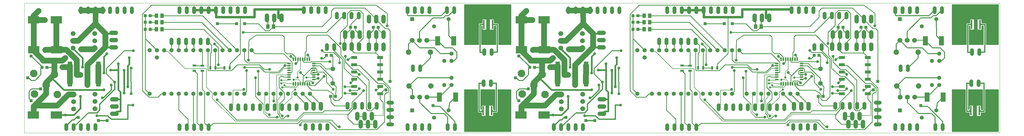
<source format=gtl>
G75*
%MOIN*%
%OFA0B0*%
%FSLAX25Y25*%
%IPPOS*%
%LPD*%
%AMOC8*
5,1,8,0,0,1.08239X$1,22.5*
%
%ADD10C,0.00000*%
%ADD11R,0.04331X0.03937*%
%ADD12C,0.06000*%
%ADD13OC8,0.10000*%
%ADD14R,0.07900X0.04300*%
%ADD15C,0.05800*%
%ADD16C,0.06750*%
%ADD17R,0.05000X0.02200*%
%ADD18R,0.02200X0.05000*%
%ADD19C,0.06500*%
%ADD20C,0.05200*%
%ADD21R,0.15748X0.09843*%
%ADD22R,0.06181X0.11102*%
%ADD23R,0.03150X0.04724*%
%ADD24R,0.04724X0.03150*%
%ADD25R,0.05543X0.05543*%
%ADD26C,0.05543*%
%ADD27R,0.07087X0.12598*%
%ADD28OC8,0.05200*%
%ADD29C,0.07400*%
%ADD30R,0.05118X0.05906*%
%ADD31C,0.01181*%
%ADD32R,0.01969X0.12992*%
%ADD33R,0.01575X0.01969*%
%ADD34R,0.05118X0.12992*%
%ADD35R,0.03937X0.04331*%
%ADD36C,0.00984*%
%ADD37C,0.01000*%
%ADD38C,0.03962*%
%ADD39C,0.02400*%
%ADD40C,0.01200*%
%ADD41C,0.01575*%
%ADD42R,0.03962X0.03962*%
%ADD43C,0.00600*%
%ADD44C,0.03100*%
%ADD45C,0.07874*%
%ADD46C,0.07600*%
%ADD47C,0.04750*%
%ADD48R,0.04750X0.04750*%
%ADD49C,0.03200*%
%ADD50C,0.01600*%
%ADD51R,0.03100X0.03100*%
D10*
X0115195Y0123933D02*
X0115195Y0302634D01*
X0784486Y0302634D01*
X1453778Y0302634D01*
X1453778Y0123933D01*
X0784486Y0123933D01*
X0115195Y0123933D01*
D11*
X0139407Y0213992D03*
X0146100Y0213992D03*
X0529742Y0230665D03*
X0536435Y0230665D03*
X0535401Y0174209D03*
X0542094Y0174209D03*
X0808699Y0213992D03*
X0815392Y0213992D03*
X1199033Y0230665D03*
X1205726Y0230665D03*
X1204693Y0174209D03*
X1211385Y0174209D03*
D12*
X1191363Y0163490D02*
X1191363Y0157490D01*
X1181363Y0157490D02*
X1181363Y0163490D01*
X1171363Y0163490D02*
X1171363Y0157490D01*
X1241285Y0149955D02*
X1241285Y0143955D01*
X1246085Y0138744D02*
X1246085Y0132744D01*
X1256085Y0132744D02*
X1256085Y0138744D01*
X1251285Y0143955D02*
X1251285Y0149955D01*
X1261285Y0149955D02*
X1261285Y0143955D01*
X1266085Y0138744D02*
X1266085Y0132744D01*
X0910872Y0149988D02*
X0904872Y0149988D01*
X0904872Y0159988D02*
X0910872Y0159988D01*
X0910872Y0169988D02*
X0904872Y0169988D01*
X0904085Y0241650D02*
X0910085Y0241650D01*
X0910085Y0251650D02*
X0904085Y0251650D01*
X0904085Y0261650D02*
X0910085Y0261650D01*
X1117404Y0279382D02*
X1117404Y0285382D01*
X1127404Y0285382D02*
X1127404Y0279382D01*
X1137404Y0279382D02*
X1137404Y0285382D01*
X1224589Y0262374D02*
X1224589Y0256374D01*
X1234589Y0256374D02*
X1234589Y0262374D01*
X1244589Y0262374D02*
X1244589Y0256374D01*
X1257266Y0256453D02*
X1257266Y0262453D01*
X1267266Y0262453D02*
X1267266Y0256453D01*
X1277266Y0256453D02*
X1277266Y0262453D01*
X1277392Y0277835D02*
X1277392Y0283835D01*
X1267392Y0283835D02*
X1267392Y0277835D01*
X1257392Y0277835D02*
X1257392Y0283835D01*
X1257266Y0245366D02*
X1257266Y0239366D01*
X1267266Y0239366D02*
X1267266Y0245366D01*
X1277266Y0245366D02*
X1277266Y0239366D01*
X1243801Y0239681D02*
X1243801Y0245681D01*
X1233801Y0245681D02*
X1233801Y0239681D01*
X1223801Y0239681D02*
X1223801Y0245681D01*
X0607974Y0245366D02*
X0607974Y0239366D01*
X0597974Y0239366D02*
X0597974Y0245366D01*
X0587974Y0245366D02*
X0587974Y0239366D01*
X0574510Y0239681D02*
X0574510Y0245681D01*
X0564510Y0245681D02*
X0564510Y0239681D01*
X0554510Y0239681D02*
X0554510Y0245681D01*
X0555297Y0256374D02*
X0555297Y0262374D01*
X0565297Y0262374D02*
X0565297Y0256374D01*
X0575297Y0256374D02*
X0575297Y0262374D01*
X0587974Y0262453D02*
X0587974Y0256453D01*
X0597974Y0256453D02*
X0597974Y0262453D01*
X0607974Y0262453D02*
X0607974Y0256453D01*
X0608100Y0277835D02*
X0608100Y0283835D01*
X0598100Y0283835D02*
X0598100Y0277835D01*
X0588100Y0277835D02*
X0588100Y0283835D01*
X0468112Y0285382D02*
X0468112Y0279382D01*
X0458112Y0279382D02*
X0458112Y0285382D01*
X0448112Y0285382D02*
X0448112Y0279382D01*
X0240793Y0261650D02*
X0234793Y0261650D01*
X0234793Y0251650D02*
X0240793Y0251650D01*
X0240793Y0241650D02*
X0234793Y0241650D01*
X0235581Y0169988D02*
X0241581Y0169988D01*
X0241581Y0159988D02*
X0235581Y0159988D01*
X0235581Y0149988D02*
X0241581Y0149988D01*
X0502072Y0157490D02*
X0502072Y0163490D01*
X0512072Y0163490D02*
X0512072Y0157490D01*
X0522072Y0157490D02*
X0522072Y0163490D01*
X0571993Y0149955D02*
X0571993Y0143955D01*
X0576793Y0138744D02*
X0576793Y0132744D01*
X0586793Y0132744D02*
X0586793Y0138744D01*
X0581993Y0143955D02*
X0581993Y0149955D01*
X0591993Y0149955D02*
X0591993Y0143955D01*
X0596793Y0138744D02*
X0596793Y0132744D01*
D13*
X0798305Y0177516D03*
X0814407Y0189878D03*
X0829801Y0176807D03*
X0825707Y0204484D03*
X0797360Y0205665D03*
X0160510Y0176807D03*
X0145116Y0189878D03*
X0129014Y0177516D03*
X0128069Y0205665D03*
X0156415Y0204484D03*
D14*
X0567889Y0207634D03*
X0567889Y0217634D03*
X0603289Y0217634D03*
X0603289Y0207634D03*
X0603289Y0197634D03*
X0567889Y0197634D03*
X0567889Y0187634D03*
X0603289Y0187634D03*
X0603289Y0177634D03*
X0567889Y0177634D03*
X0567889Y0227634D03*
X0603289Y0227634D03*
X1237180Y0227634D03*
X1272580Y0227634D03*
X1272580Y0217634D03*
X1272580Y0207634D03*
X1237180Y0207634D03*
X1237180Y0217634D03*
X1237180Y0197634D03*
X1272580Y0197634D03*
X1272580Y0187634D03*
X1237180Y0187634D03*
X1237180Y0177634D03*
X1272580Y0177634D03*
D15*
X1176392Y0177862D03*
X1166392Y0177862D03*
X1156392Y0177862D03*
X1146392Y0177862D03*
X1136392Y0177862D03*
X1126392Y0177862D03*
X1116392Y0177862D03*
X1106392Y0177862D03*
X1086392Y0177862D03*
X1076392Y0177862D03*
X1066392Y0177862D03*
X1056392Y0177862D03*
X1046392Y0177862D03*
X1036392Y0177862D03*
X1026392Y0177862D03*
X1016392Y0177862D03*
X1006392Y0177862D03*
X0996392Y0177862D03*
X0986392Y0177862D03*
X0976392Y0177862D03*
X0956392Y0177862D03*
X0966392Y0227862D03*
X0966392Y0237862D03*
X0976392Y0237862D03*
X0986392Y0237862D03*
X0996392Y0237862D03*
X1006392Y0237862D03*
X1016392Y0237862D03*
X1026392Y0237862D03*
X1036392Y0237862D03*
X1046392Y0237862D03*
X1056392Y0237862D03*
X1066392Y0237862D03*
X1076392Y0237862D03*
X1086392Y0237862D03*
X1096392Y0237862D03*
X0956392Y0237862D03*
X0507100Y0177862D03*
X0497100Y0177862D03*
X0487100Y0177862D03*
X0477100Y0177862D03*
X0467100Y0177862D03*
X0457100Y0177862D03*
X0447100Y0177862D03*
X0437100Y0177862D03*
X0417100Y0177862D03*
X0407100Y0177862D03*
X0397100Y0177862D03*
X0387100Y0177862D03*
X0377100Y0177862D03*
X0367100Y0177862D03*
X0357100Y0177862D03*
X0347100Y0177862D03*
X0337100Y0177862D03*
X0327100Y0177862D03*
X0317100Y0177862D03*
X0307100Y0177862D03*
X0287100Y0177862D03*
X0297100Y0227862D03*
X0297100Y0237862D03*
X0287100Y0237862D03*
X0307100Y0237862D03*
X0317100Y0237862D03*
X0327100Y0237862D03*
X0337100Y0237862D03*
X0347100Y0237862D03*
X0357100Y0237862D03*
X0367100Y0237862D03*
X0377100Y0237862D03*
X0387100Y0237862D03*
X0397100Y0237862D03*
X0407100Y0237862D03*
X0417100Y0237862D03*
X0427100Y0237862D03*
D16*
X0211793Y0240941D03*
X0181998Y0240862D03*
X0181998Y0250862D03*
X0211793Y0250941D03*
X0211793Y0260941D03*
X0181998Y0260862D03*
X0182675Y0176650D03*
X0212085Y0177043D03*
X0212085Y0167043D03*
X0182675Y0166650D03*
X0182675Y0156650D03*
X0212085Y0157043D03*
X0647852Y0173146D03*
X0657852Y0173146D03*
X0667852Y0173146D03*
X0851967Y0176650D03*
X0881376Y0177043D03*
X0881376Y0167043D03*
X0851967Y0166650D03*
X0851967Y0156650D03*
X0881376Y0157043D03*
X0881085Y0240941D03*
X0851289Y0240862D03*
X0851289Y0250862D03*
X0881085Y0250941D03*
X0881085Y0260941D03*
X0851289Y0260862D03*
X0667360Y0251394D03*
X0657360Y0251394D03*
X0647360Y0251394D03*
X1316652Y0251394D03*
X1326652Y0251394D03*
X1336652Y0251394D03*
X1337144Y0173146D03*
X1327144Y0173146D03*
X1317144Y0173146D03*
D17*
X1181615Y0197484D03*
X1181615Y0200634D03*
X1181615Y0203783D03*
X1181615Y0206933D03*
X1181615Y0210083D03*
X1181615Y0213232D03*
X1181615Y0216382D03*
X1181615Y0219531D03*
X1147815Y0219531D03*
X1147815Y0216382D03*
X1147815Y0213232D03*
X1147815Y0210083D03*
X1147815Y0206933D03*
X1147815Y0203783D03*
X1147815Y0200634D03*
X1147815Y0197484D03*
X0512323Y0197484D03*
X0512323Y0200634D03*
X0512323Y0203783D03*
X0512323Y0206933D03*
X0512323Y0210083D03*
X0512323Y0213232D03*
X0512323Y0216382D03*
X0512323Y0219531D03*
X0478523Y0219531D03*
X0478523Y0216382D03*
X0478523Y0213232D03*
X0478523Y0210083D03*
X0478523Y0206933D03*
X0478523Y0203783D03*
X0478523Y0200634D03*
X0478523Y0197484D03*
D18*
X0484400Y0191608D03*
X0487549Y0191608D03*
X0490699Y0191608D03*
X0493848Y0191608D03*
X0496998Y0191608D03*
X0500148Y0191608D03*
X0503297Y0191608D03*
X0506447Y0191608D03*
X0506447Y0225408D03*
X0503297Y0225408D03*
X0500148Y0225408D03*
X0496998Y0225408D03*
X0493848Y0225408D03*
X0490699Y0225408D03*
X0487549Y0225408D03*
X0484400Y0225408D03*
X1153691Y0225408D03*
X1156841Y0225408D03*
X1159990Y0225408D03*
X1163140Y0225408D03*
X1166289Y0225408D03*
X1169439Y0225408D03*
X1172589Y0225408D03*
X1175738Y0225408D03*
X1175738Y0191608D03*
X1172589Y0191608D03*
X1169439Y0191608D03*
X1166289Y0191608D03*
X1163140Y0191608D03*
X1159990Y0191608D03*
X1156841Y0191608D03*
X1153691Y0191608D03*
D19*
X1207726Y0192185D03*
X1207726Y0212185D03*
X0538435Y0212185D03*
X0538435Y0192185D03*
D20*
X0614563Y0165429D02*
X0619763Y0165429D01*
X0598667Y0163738D02*
X0598667Y0158538D01*
X0588667Y0158538D02*
X0588667Y0163738D01*
X0578667Y0163738D02*
X0578667Y0158538D01*
X0568667Y0158538D02*
X0568667Y0163738D01*
X0558667Y0163738D02*
X0558667Y0158538D01*
X0614563Y0155429D02*
X0619763Y0155429D01*
X0619763Y0145429D02*
X0614563Y0145429D01*
X0614563Y0135429D02*
X0619763Y0135429D01*
X0640963Y0134407D02*
X0640963Y0129207D01*
X0650963Y0129207D02*
X0650963Y0134407D01*
X0660963Y0134407D02*
X0660963Y0129207D01*
X0670963Y0129207D02*
X0670963Y0134407D01*
X0696081Y0134407D02*
X0696081Y0129207D01*
X0706081Y0129207D02*
X0706081Y0134407D01*
X0841886Y0134433D02*
X0841886Y0129233D01*
X0851886Y0129233D02*
X0851886Y0134433D01*
X0861886Y0134433D02*
X0861886Y0129233D01*
X0871886Y0129233D02*
X0871886Y0134433D01*
X0881886Y0134433D02*
X0881886Y0129233D01*
X0997427Y0129093D02*
X0997427Y0134293D01*
X1007427Y0134293D02*
X1007427Y0129093D01*
X1017427Y0129093D02*
X1017427Y0134293D01*
X1027427Y0134293D02*
X1027427Y0129093D01*
X1037427Y0129093D02*
X1037427Y0134293D01*
X1068176Y0156566D02*
X1068176Y0161766D01*
X1078176Y0161766D02*
X1078176Y0156566D01*
X1088176Y0156566D02*
X1088176Y0161766D01*
X1098176Y0161766D02*
X1098176Y0156566D01*
X1108176Y0156566D02*
X1108176Y0161766D01*
X1118176Y0161766D02*
X1118176Y0156566D01*
X1128176Y0156566D02*
X1128176Y0161766D01*
X1138176Y0161766D02*
X1138176Y0156566D01*
X1148176Y0156566D02*
X1148176Y0161766D01*
X1158176Y0161766D02*
X1158176Y0156566D01*
X1227959Y0158538D02*
X1227959Y0163738D01*
X1237959Y0163738D02*
X1237959Y0158538D01*
X1247959Y0158538D02*
X1247959Y0163738D01*
X1257959Y0163738D02*
X1257959Y0158538D01*
X1267959Y0158538D02*
X1267959Y0163738D01*
X1283855Y0165429D02*
X1289055Y0165429D01*
X1289055Y0155429D02*
X1283855Y0155429D01*
X1283855Y0145429D02*
X1289055Y0145429D01*
X1289055Y0135429D02*
X1283855Y0135429D01*
X1310254Y0134407D02*
X1310254Y0129207D01*
X1320254Y0129207D02*
X1320254Y0134407D01*
X1330254Y0134407D02*
X1330254Y0129207D01*
X1340254Y0129207D02*
X1340254Y0134407D01*
X1365372Y0134407D02*
X1365372Y0129207D01*
X1375372Y0129207D02*
X1375372Y0134407D01*
X1200230Y0134607D02*
X1200230Y0129407D01*
X1190230Y0129407D02*
X1190230Y0134607D01*
X1180230Y0134607D02*
X1180230Y0129407D01*
X1170230Y0129407D02*
X1170230Y0134607D01*
X1414585Y0189739D02*
X1414585Y0194939D01*
X1424585Y0194939D02*
X1424585Y0189739D01*
X1327636Y0210408D02*
X1327636Y0215608D01*
X1317636Y0215608D02*
X1317636Y0210408D01*
X1415729Y0232683D02*
X1415729Y0237883D01*
X1425729Y0237883D02*
X1425729Y0232683D01*
X1243502Y0283010D02*
X1243502Y0288210D01*
X1233502Y0288210D02*
X1233502Y0283010D01*
X1223502Y0283010D02*
X1223502Y0288210D01*
X1213502Y0288210D02*
X1213502Y0283010D01*
X1198030Y0290624D02*
X1198030Y0295824D01*
X1188030Y0295824D02*
X1188030Y0290624D01*
X1178030Y0290624D02*
X1178030Y0295824D01*
X1168030Y0295824D02*
X1168030Y0290624D01*
X1087360Y0290624D02*
X1087360Y0295824D01*
X1077360Y0295824D02*
X1077360Y0290624D01*
X1067360Y0290624D02*
X1067360Y0295824D01*
X1057360Y0295824D02*
X1057360Y0290624D01*
X1047360Y0290624D02*
X1047360Y0295824D01*
X1037360Y0295824D02*
X1037360Y0290624D01*
X1027360Y0290624D02*
X1027360Y0295824D01*
X1017360Y0295824D02*
X1017360Y0290624D01*
X1007360Y0290624D02*
X1007360Y0295824D01*
X0997360Y0295824D02*
X0997360Y0290624D01*
X0931886Y0290333D02*
X0931886Y0295533D01*
X0921886Y0295533D02*
X0921886Y0290333D01*
X0911886Y0290333D02*
X0911886Y0295533D01*
X0901886Y0295533D02*
X0901886Y0290333D01*
X0891886Y0290333D02*
X0891886Y0295533D01*
X0881886Y0295533D02*
X0881886Y0290333D01*
X0871886Y0290333D02*
X0871886Y0295533D01*
X0861886Y0295533D02*
X0861886Y0290333D01*
X0986356Y0252517D02*
X0986356Y0247317D01*
X0996356Y0247317D02*
X0996356Y0252517D01*
X1006356Y0252517D02*
X1006356Y0247317D01*
X1016356Y0247317D02*
X1016356Y0252517D01*
X1026356Y0252517D02*
X1026356Y0247317D01*
X1036356Y0247317D02*
X1036356Y0252517D01*
X1199526Y0244643D02*
X1199526Y0239443D01*
X1209526Y0239443D02*
X1209526Y0244643D01*
X1310254Y0290624D02*
X1310254Y0295824D01*
X1320254Y0295824D02*
X1320254Y0290624D01*
X1330254Y0290624D02*
X1330254Y0295824D01*
X1340254Y0295824D02*
X1340254Y0290624D01*
X1364368Y0290624D02*
X1364368Y0295824D01*
X1374368Y0295824D02*
X1374368Y0290624D01*
X0756437Y0237883D02*
X0756437Y0232683D01*
X0746437Y0232683D02*
X0746437Y0237883D01*
X0658344Y0215608D02*
X0658344Y0210408D01*
X0648344Y0210408D02*
X0648344Y0215608D01*
X0745293Y0194939D02*
X0745293Y0189739D01*
X0755293Y0189739D02*
X0755293Y0194939D01*
X0540234Y0239443D02*
X0540234Y0244643D01*
X0530234Y0244643D02*
X0530234Y0239443D01*
X0367065Y0247317D02*
X0367065Y0252517D01*
X0357065Y0252517D02*
X0357065Y0247317D01*
X0347065Y0247317D02*
X0347065Y0252517D01*
X0337065Y0252517D02*
X0337065Y0247317D01*
X0327065Y0247317D02*
X0327065Y0252517D01*
X0317065Y0252517D02*
X0317065Y0247317D01*
X0328069Y0290624D02*
X0328069Y0295824D01*
X0338069Y0295824D02*
X0338069Y0290624D01*
X0348069Y0290624D02*
X0348069Y0295824D01*
X0358069Y0295824D02*
X0358069Y0290624D01*
X0368069Y0290624D02*
X0368069Y0295824D01*
X0378069Y0295824D02*
X0378069Y0290624D01*
X0388069Y0290624D02*
X0388069Y0295824D01*
X0398069Y0295824D02*
X0398069Y0290624D01*
X0408069Y0290624D02*
X0408069Y0295824D01*
X0418069Y0295824D02*
X0418069Y0290624D01*
X0498738Y0290624D02*
X0498738Y0295824D01*
X0508738Y0295824D02*
X0508738Y0290624D01*
X0518738Y0290624D02*
X0518738Y0295824D01*
X0528738Y0295824D02*
X0528738Y0290624D01*
X0544211Y0288210D02*
X0544211Y0283010D01*
X0554211Y0283010D02*
X0554211Y0288210D01*
X0564211Y0288210D02*
X0564211Y0283010D01*
X0574211Y0283010D02*
X0574211Y0288210D01*
X0640963Y0290624D02*
X0640963Y0295824D01*
X0650963Y0295824D02*
X0650963Y0290624D01*
X0660963Y0290624D02*
X0660963Y0295824D01*
X0670963Y0295824D02*
X0670963Y0290624D01*
X0695077Y0290624D02*
X0695077Y0295824D01*
X0705077Y0295824D02*
X0705077Y0290624D01*
X0262595Y0290333D02*
X0262595Y0295533D01*
X0252595Y0295533D02*
X0252595Y0290333D01*
X0242595Y0290333D02*
X0242595Y0295533D01*
X0232595Y0295533D02*
X0232595Y0290333D01*
X0222595Y0290333D02*
X0222595Y0295533D01*
X0212595Y0295533D02*
X0212595Y0290333D01*
X0202595Y0290333D02*
X0202595Y0295533D01*
X0192595Y0295533D02*
X0192595Y0290333D01*
X0398885Y0161766D02*
X0398885Y0156566D01*
X0408885Y0156566D02*
X0408885Y0161766D01*
X0418885Y0161766D02*
X0418885Y0156566D01*
X0428885Y0156566D02*
X0428885Y0161766D01*
X0438885Y0161766D02*
X0438885Y0156566D01*
X0448885Y0156566D02*
X0448885Y0161766D01*
X0458885Y0161766D02*
X0458885Y0156566D01*
X0468885Y0156566D02*
X0468885Y0161766D01*
X0478885Y0161766D02*
X0478885Y0156566D01*
X0488885Y0156566D02*
X0488885Y0161766D01*
X0500938Y0134607D02*
X0500938Y0129407D01*
X0510938Y0129407D02*
X0510938Y0134607D01*
X0520938Y0134607D02*
X0520938Y0129407D01*
X0530938Y0129407D02*
X0530938Y0134607D01*
X0368136Y0134293D02*
X0368136Y0129093D01*
X0358136Y0129093D02*
X0358136Y0134293D01*
X0348136Y0134293D02*
X0348136Y0129093D01*
X0338136Y0129093D02*
X0338136Y0134293D01*
X0328136Y0134293D02*
X0328136Y0129093D01*
X0212595Y0129233D02*
X0212595Y0134433D01*
X0202595Y0134433D02*
X0202595Y0129233D01*
X0192595Y0129233D02*
X0192595Y0134433D01*
X0182595Y0134433D02*
X0182595Y0129233D01*
X0172595Y0129233D02*
X0172595Y0134433D01*
D21*
X0158959Y0148539D03*
X0127463Y0148539D03*
X0128022Y0238547D03*
X0159518Y0238547D03*
X0159156Y0279642D03*
X0127659Y0279642D03*
X0796951Y0279642D03*
X0828447Y0279642D03*
X0828809Y0238547D03*
X0797313Y0238547D03*
X0796754Y0148539D03*
X0828250Y0148539D03*
D22*
X0847037Y0192972D03*
X0886093Y0192972D03*
X0886093Y0216831D03*
X0847037Y0216831D03*
X0216801Y0216831D03*
X0177746Y0216831D03*
X0177746Y0192972D03*
X0216801Y0192972D03*
D23*
X0370321Y0213461D03*
X0377407Y0213461D03*
X0389833Y0213461D03*
X0396919Y0213461D03*
X1039612Y0213461D03*
X1046699Y0213461D03*
X1059124Y0213461D03*
X1066211Y0213461D03*
D24*
X1028620Y0216413D03*
X1017715Y0216665D03*
X1017715Y0209579D03*
X1028620Y0209327D03*
X0359329Y0209327D03*
X0348423Y0209579D03*
X0348423Y0216665D03*
X0359329Y0216413D03*
D25*
X0647380Y0154858D03*
X0647380Y0280843D03*
X1316671Y0280843D03*
X1316671Y0154858D03*
D26*
X1346671Y0144858D03*
X1366671Y0154858D03*
X1346671Y0270843D03*
X1366671Y0280843D03*
X0697380Y0280843D03*
X0677380Y0270843D03*
X0697380Y0154858D03*
X0677380Y0144858D03*
D27*
X0684880Y0173146D03*
X0706927Y0173146D03*
X0704467Y0250902D03*
X0682419Y0250902D03*
X1351711Y0250902D03*
X1373758Y0250902D03*
X1376219Y0173146D03*
X1354171Y0173146D03*
D28*
X1360687Y0189799D03*
X1370687Y0189799D03*
X1370687Y0199799D03*
X1370687Y0223264D03*
X1360687Y0223264D03*
X1370687Y0233264D03*
X0701396Y0233264D03*
X0701396Y0223264D03*
X0691396Y0223264D03*
X0701396Y0199799D03*
X0701396Y0189799D03*
X0691396Y0189799D03*
D29*
X0673010Y0188402D03*
X0643010Y0188402D03*
X0642518Y0235154D03*
X0672518Y0235154D03*
X1311809Y0235154D03*
X1341809Y0235154D03*
X1342301Y0188402D03*
X1312301Y0188402D03*
D30*
X1126317Y0270587D03*
X1118837Y0270587D03*
X0973266Y0266650D03*
X0965785Y0266650D03*
X0965785Y0276492D03*
X0973266Y0276492D03*
X0973266Y0285350D03*
X0965785Y0285350D03*
X0457026Y0270587D03*
X0449545Y0270587D03*
X0303974Y0266650D03*
X0296494Y0266650D03*
X0296494Y0276492D03*
X0303974Y0276492D03*
X0303974Y0285350D03*
X0296494Y0285350D03*
D31*
X0289317Y0286728D02*
X0289317Y0283972D01*
X0286561Y0283972D01*
X0286561Y0286728D01*
X0289317Y0286728D01*
X0289317Y0285152D02*
X0286561Y0285152D01*
X0286561Y0286332D02*
X0289317Y0286332D01*
X0282411Y0286728D02*
X0282411Y0283972D01*
X0279655Y0283972D01*
X0279655Y0286728D01*
X0282411Y0286728D01*
X0282411Y0285152D02*
X0279655Y0285152D01*
X0279655Y0286332D02*
X0282411Y0286332D01*
X0282411Y0277870D02*
X0282411Y0275114D01*
X0279655Y0275114D01*
X0279655Y0277870D01*
X0282411Y0277870D01*
X0282411Y0276294D02*
X0279655Y0276294D01*
X0279655Y0277474D02*
X0282411Y0277474D01*
X0289317Y0277870D02*
X0289317Y0275114D01*
X0286561Y0275114D01*
X0286561Y0277870D01*
X0289317Y0277870D01*
X0289317Y0276294D02*
X0286561Y0276294D01*
X0286561Y0277474D02*
X0289317Y0277474D01*
X0289317Y0268028D02*
X0289317Y0265272D01*
X0286561Y0265272D01*
X0286561Y0268028D01*
X0289317Y0268028D01*
X0289317Y0266452D02*
X0286561Y0266452D01*
X0286561Y0267632D02*
X0289317Y0267632D01*
X0282411Y0268028D02*
X0282411Y0265272D01*
X0279655Y0265272D01*
X0279655Y0268028D01*
X0282411Y0268028D01*
X0282411Y0266452D02*
X0279655Y0266452D01*
X0279655Y0267632D02*
X0282411Y0267632D01*
X0951703Y0268028D02*
X0951703Y0265272D01*
X0948947Y0265272D01*
X0948947Y0268028D01*
X0951703Y0268028D01*
X0951703Y0266452D02*
X0948947Y0266452D01*
X0948947Y0267632D02*
X0951703Y0267632D01*
X0958608Y0268028D02*
X0958608Y0265272D01*
X0955852Y0265272D01*
X0955852Y0268028D01*
X0958608Y0268028D01*
X0958608Y0266452D02*
X0955852Y0266452D01*
X0955852Y0267632D02*
X0958608Y0267632D01*
X0958608Y0275114D02*
X0958608Y0277870D01*
X0958608Y0275114D02*
X0955852Y0275114D01*
X0955852Y0277870D01*
X0958608Y0277870D01*
X0958608Y0276294D02*
X0955852Y0276294D01*
X0955852Y0277474D02*
X0958608Y0277474D01*
X0951703Y0277870D02*
X0951703Y0275114D01*
X0948947Y0275114D01*
X0948947Y0277870D01*
X0951703Y0277870D01*
X0951703Y0276294D02*
X0948947Y0276294D01*
X0948947Y0277474D02*
X0951703Y0277474D01*
X0951703Y0283972D02*
X0951703Y0286728D01*
X0951703Y0283972D02*
X0948947Y0283972D01*
X0948947Y0286728D01*
X0951703Y0286728D01*
X0951703Y0285152D02*
X0948947Y0285152D01*
X0948947Y0286332D02*
X0951703Y0286332D01*
X0958608Y0286728D02*
X0958608Y0283972D01*
X0955852Y0283972D01*
X0955852Y0286728D01*
X0958608Y0286728D01*
X0958608Y0285152D02*
X0955852Y0285152D01*
X0955852Y0286332D02*
X0958608Y0286332D01*
D32*
X0757599Y0273472D03*
X0745788Y0273472D03*
X0744624Y0154445D03*
X0756435Y0154445D03*
X1413915Y0154445D03*
X1425726Y0154445D03*
X1426890Y0273472D03*
X1415079Y0273472D03*
D33*
X1413701Y0273472D03*
X1428268Y0273472D03*
X1427104Y0154445D03*
X1412537Y0154445D03*
X0757813Y0154445D03*
X0743246Y0154445D03*
X0744410Y0273472D03*
X0758977Y0273472D03*
D34*
X0751693Y0273472D03*
X0750530Y0154445D03*
X1419821Y0154445D03*
X1420985Y0273472D03*
D35*
X1270116Y0269602D03*
X1263423Y0269602D03*
X1238620Y0269602D03*
X1231927Y0269602D03*
X0600825Y0269602D03*
X0594132Y0269602D03*
X0569329Y0269602D03*
X0562636Y0269602D03*
D36*
X0563030Y0269996D01*
X0563030Y0273539D01*
X0574211Y0284720D01*
X0574211Y0285610D01*
X0582258Y0296177D02*
X0598100Y0280835D01*
X0598100Y0279807D01*
X0610274Y0267634D01*
X0614211Y0267634D01*
X0617163Y0264681D01*
X0617163Y0194799D01*
X0617163Y0185941D02*
X0605470Y0197634D01*
X0603289Y0197634D01*
X0603289Y0207634D01*
X0603289Y0217634D01*
X0603289Y0227634D01*
X0603289Y0228359D01*
X0597478Y0234169D01*
X0597478Y0241870D01*
X0597974Y0242366D01*
X0597974Y0259453D01*
X0594132Y0265610D02*
X0587974Y0259453D01*
X0587974Y0242366D01*
X0597478Y0234169D02*
X0567951Y0234169D01*
X0564998Y0237122D01*
X0564998Y0242193D01*
X0564510Y0242681D01*
X0564510Y0258587D01*
X0565297Y0259374D01*
X0569329Y0265343D02*
X0575297Y0259374D01*
X0562636Y0266713D02*
X0555297Y0259374D01*
X0554510Y0258587D01*
X0554510Y0242681D01*
X0538482Y0230272D02*
X0536435Y0230665D01*
X0538482Y0230272D02*
X0538435Y0212185D01*
X0528817Y0212280D01*
X0521691Y0219406D01*
X0512449Y0219406D01*
X0512323Y0219531D01*
X0512394Y0216453D02*
X0512323Y0216382D01*
X0512394Y0216453D02*
X0520707Y0216453D01*
X0538482Y0198677D01*
X0538435Y0192185D01*
X0543148Y0187614D01*
X0542094Y0174209D01*
X0535401Y0174209D02*
X0535672Y0166284D01*
X0522872Y0162091D02*
X0522487Y0162475D01*
X0507100Y0177862D01*
X0497100Y0177862D02*
X0512487Y0162475D01*
X0512872Y0162091D01*
X0502872Y0162091D02*
X0502487Y0162475D01*
X0487100Y0177862D01*
X0543124Y0161138D02*
X0558667Y0161138D01*
X0603289Y0170288D02*
X0607321Y0166256D01*
X0607321Y0157683D01*
X0607321Y0157083D01*
X0581993Y0146955D02*
X0571993Y0146955D01*
X0496813Y0139126D02*
X0496207Y0139126D01*
X0493644Y0134764D01*
X0362242Y0161335D02*
X0362242Y0181020D01*
X0359329Y0183933D01*
X0359329Y0209327D01*
X0352400Y0205602D02*
X0348423Y0209579D01*
X0352400Y0205602D02*
X0352400Y0174130D01*
X0327100Y0177862D02*
X0327100Y0155138D01*
X0339604Y0142634D01*
X0339604Y0133343D01*
X0338136Y0131693D01*
X0287100Y0177862D02*
X0281033Y0183929D01*
X0281033Y0253929D01*
X0297100Y0237862D01*
X0357100Y0237862D02*
X0359329Y0235634D01*
X0359329Y0216413D01*
X0348675Y0216413D01*
X0348423Y0216665D01*
X0370321Y0213461D02*
X0370321Y0233390D01*
X0372085Y0235154D01*
X0372085Y0244898D01*
X0367065Y0249917D01*
X0361258Y0266650D02*
X0386848Y0241059D01*
X0386848Y0238114D01*
X0387100Y0237862D01*
X0377407Y0237555D02*
X0377100Y0237862D01*
X0377407Y0237555D02*
X0377407Y0213461D01*
X0389833Y0213461D01*
X0396919Y0213461D02*
X0396919Y0218650D01*
X0411455Y0233185D01*
X0411455Y0283382D01*
X0406533Y0274524D02*
X0379959Y0274524D01*
X0358470Y0276492D02*
X0397100Y0237862D01*
X0407100Y0237862D02*
X0359612Y0285350D01*
X0303974Y0285350D01*
X0296494Y0285350D02*
X0287939Y0285350D01*
X0281033Y0285350D02*
X0281033Y0276492D01*
X0281033Y0266650D01*
X0281033Y0253929D01*
X0287939Y0266650D02*
X0296494Y0266650D01*
X0303974Y0266650D02*
X0361258Y0266650D01*
X0358470Y0276492D02*
X0303974Y0276492D01*
X0296494Y0276492D02*
X0287939Y0276492D01*
X0417360Y0274524D02*
X0436061Y0274524D01*
X0445904Y0264681D01*
X0451120Y0264681D01*
X0457026Y0270587D01*
X0523659Y0270587D01*
X0536455Y0283382D01*
X0536455Y0292240D01*
X0540392Y0296177D01*
X0582258Y0296177D01*
X0594132Y0269602D02*
X0594132Y0265610D01*
X0600825Y0266602D02*
X0600825Y0269602D01*
X0600825Y0266602D02*
X0607974Y0259453D01*
X0569329Y0265343D02*
X0569329Y0269602D01*
X0562636Y0269602D02*
X0562636Y0266713D01*
X0417100Y0237862D02*
X0417100Y0224587D01*
X0421297Y0220390D01*
X0477665Y0220390D01*
X0478523Y0219531D01*
X0603289Y0177634D02*
X0608643Y0182988D01*
X0611258Y0182988D01*
X0603289Y0177634D02*
X0603289Y0170288D01*
X0950325Y0183929D02*
X0950325Y0253929D01*
X0966392Y0237862D01*
X1026392Y0237862D02*
X1028620Y0235634D01*
X1028620Y0216413D01*
X1017967Y0216413D01*
X1017715Y0216665D01*
X1017715Y0209579D02*
X1021691Y0205602D01*
X1021691Y0174130D01*
X1028620Y0183933D02*
X1031533Y0181020D01*
X1031533Y0161335D01*
X1008896Y0142634D02*
X0996392Y0155138D01*
X0996392Y0177862D01*
X1028620Y0183933D02*
X1028620Y0209327D01*
X1039612Y0213461D02*
X1039612Y0233390D01*
X1041376Y0235154D01*
X1041376Y0244898D01*
X1036356Y0249917D01*
X1030549Y0266650D02*
X1056140Y0241059D01*
X1056140Y0238114D01*
X1056392Y0237862D01*
X1046699Y0237555D02*
X1046392Y0237862D01*
X1046699Y0237555D02*
X1046699Y0213461D01*
X1059124Y0213461D01*
X1066211Y0213461D02*
X1066211Y0218650D01*
X1080746Y0233185D01*
X1080746Y0283382D01*
X1075825Y0274524D02*
X1049250Y0274524D01*
X1027762Y0276492D02*
X1066392Y0237862D01*
X1076392Y0237862D02*
X1028904Y0285350D01*
X0973266Y0285350D01*
X0965785Y0285350D02*
X0957230Y0285350D01*
X0950325Y0285350D02*
X0950325Y0276492D01*
X0950325Y0266650D01*
X0950325Y0253929D01*
X0957230Y0266650D02*
X0965785Y0266650D01*
X0973266Y0266650D02*
X1030549Y0266650D01*
X1027762Y0276492D02*
X0973266Y0276492D01*
X0965785Y0276492D02*
X0957230Y0276492D01*
X1086652Y0274524D02*
X1105352Y0274524D01*
X1115195Y0264681D01*
X1120411Y0264681D01*
X1126317Y0270587D01*
X1192951Y0270587D01*
X1205746Y0283382D01*
X1205746Y0292240D01*
X1209683Y0296177D01*
X1251549Y0296177D01*
X1267392Y0280835D01*
X1267392Y0279807D01*
X1279565Y0267634D01*
X1283502Y0267634D01*
X1286455Y0264681D01*
X1286455Y0194799D01*
X1286455Y0185941D02*
X1274762Y0197634D01*
X1272580Y0197634D01*
X1272580Y0207634D01*
X1272580Y0217634D01*
X1272580Y0227634D01*
X1272580Y0228359D01*
X1266770Y0234169D01*
X1266770Y0241870D01*
X1267266Y0242366D01*
X1267266Y0259453D01*
X1263423Y0265610D02*
X1257266Y0259453D01*
X1257266Y0242366D01*
X1266770Y0234169D02*
X1237242Y0234169D01*
X1234289Y0237122D01*
X1234289Y0242193D01*
X1233801Y0242681D01*
X1233801Y0258587D01*
X1234589Y0259374D01*
X1238620Y0265343D02*
X1244589Y0259374D01*
X1231927Y0266713D02*
X1224589Y0259374D01*
X1223801Y0258587D01*
X1223801Y0242681D01*
X1207774Y0230272D02*
X1205726Y0230665D01*
X1207774Y0230272D02*
X1207726Y0212185D01*
X1198108Y0212280D01*
X1190982Y0219406D01*
X1181741Y0219406D01*
X1181615Y0219531D01*
X1181685Y0216453D02*
X1181615Y0216382D01*
X1181685Y0216453D02*
X1189998Y0216453D01*
X1207774Y0198677D01*
X1207726Y0192185D01*
X1212439Y0187614D01*
X1211385Y0174209D01*
X1204693Y0174209D02*
X1204963Y0166284D01*
X1192163Y0162091D02*
X1191779Y0162475D01*
X1176392Y0177862D01*
X1166392Y0177862D02*
X1181779Y0162475D01*
X1182163Y0162091D01*
X1172163Y0162091D02*
X1171779Y0162475D01*
X1156392Y0177862D01*
X1212415Y0161138D02*
X1227959Y0161138D01*
X1272580Y0170288D02*
X1276612Y0166256D01*
X1276612Y0157683D01*
X1276612Y0157083D01*
X1251285Y0146955D02*
X1241285Y0146955D01*
X1166104Y0139126D02*
X1165498Y0139126D01*
X1162936Y0134764D01*
X1272580Y0170288D02*
X1272580Y0177634D01*
X1277934Y0182988D01*
X1280549Y0182988D01*
X1147815Y0219531D02*
X1146956Y0220390D01*
X1090589Y0220390D01*
X1086392Y0224587D01*
X1086392Y0237862D01*
X1231927Y0266713D02*
X1231927Y0269602D01*
X1232321Y0269996D01*
X1232321Y0273539D01*
X1243502Y0284720D01*
X1243502Y0285610D01*
X1238620Y0269602D02*
X1238620Y0265343D01*
X1263423Y0265610D02*
X1263423Y0269602D01*
X1270116Y0269602D02*
X1270116Y0266602D01*
X1277266Y0259453D01*
X0956392Y0177862D02*
X0950325Y0183929D01*
X1008896Y0142634D02*
X1008896Y0133343D01*
X1007427Y0131693D01*
D37*
X1016392Y0132776D02*
X1016392Y0177862D01*
X1021494Y0174130D02*
X1021494Y0137626D01*
X1027427Y0131693D01*
X1031533Y0137587D02*
X1037427Y0131693D01*
X1043967Y0137032D01*
X1159848Y0137032D01*
X1164330Y0141513D01*
X1205970Y0141513D01*
X1214876Y0132008D01*
X1216770Y0132008D01*
X1213439Y0128402D02*
X1202715Y0139126D01*
X1166104Y0139126D01*
X1158061Y0141807D02*
X1075228Y0141807D01*
X1049123Y0169512D01*
X1021691Y0174130D02*
X1021494Y0174130D01*
X0976392Y0177862D02*
X0975746Y0177555D01*
X0972171Y0177555D01*
X0967703Y0173087D01*
X0955191Y0173087D01*
X0946254Y0182024D01*
X0946254Y0287480D01*
X0958766Y0299992D01*
X1267093Y0299992D01*
X1282285Y0288799D01*
X1282285Y0271394D01*
X1249219Y0288374D02*
X1244750Y0292843D01*
X1232238Y0292843D01*
X1227770Y0288374D01*
X1227770Y0272287D01*
X1217939Y0262457D01*
X1217939Y0247264D01*
X1218833Y0241008D02*
X1218833Y0231083D01*
X1222871Y0226385D01*
X1222871Y0213073D01*
X1234919Y0201685D01*
X1241175Y0201685D01*
X1253687Y0189173D01*
X1253687Y0157000D01*
X1256368Y0154319D01*
X1260837Y0154319D01*
X1267093Y0160575D01*
X1267959Y0161138D01*
X1257959Y0161138D02*
X1257262Y0161469D01*
X1257262Y0196323D01*
X1242069Y0211516D01*
X1234919Y0211516D01*
X1225089Y0221346D01*
X1225089Y0229390D01*
X1228663Y0224921D02*
X1231344Y0227602D01*
X1236707Y0227602D01*
X1237180Y0227634D01*
X1220620Y0225815D02*
X1209896Y0236539D01*
X1209896Y0241902D01*
X1209526Y0242043D01*
X1218833Y0241008D02*
X1200959Y0258882D01*
X1174148Y0258882D01*
X1171467Y0256201D01*
X1171467Y0236539D01*
X1169679Y0234752D01*
X1169679Y0225815D01*
X1169439Y0225408D01*
X1166998Y0224921D02*
X1166289Y0225408D01*
X1166998Y0224921D02*
X1166998Y0222240D01*
X1167892Y0221346D01*
X1177722Y0221346D01*
X1178616Y0222240D01*
X1203640Y0222240D01*
X1199033Y0230480D02*
X1194486Y0225933D01*
X1192313Y0226760D01*
X1199033Y0230480D02*
X1199033Y0230665D01*
X1195596Y0234752D02*
X1192915Y0237433D01*
X1195596Y0234752D02*
X1209002Y0234752D01*
X1217045Y0226709D01*
X1217045Y0220453D01*
X1220620Y0225815D02*
X1220620Y0176661D01*
X1220686Y0176595D01*
X1220686Y0173733D01*
X1215286Y0168333D01*
X1210486Y0168333D01*
X1208086Y0170733D01*
X1208108Y0170755D01*
X1208108Y0177874D01*
X1200065Y0182917D01*
X1178616Y0182917D01*
X1173254Y0188280D01*
X1173254Y0190961D01*
X1172589Y0191608D01*
X1169679Y0191854D02*
X1169439Y0191608D01*
X1169679Y0191854D02*
X1169679Y0194535D01*
X1170573Y0195429D01*
X1177722Y0195429D01*
X1180404Y0192748D01*
X1183085Y0189173D02*
X1177722Y0189173D01*
X1175935Y0190961D01*
X1175738Y0191608D01*
X1183085Y0189173D02*
X1195596Y0201685D01*
X1199171Y0203472D02*
X1194703Y0207941D01*
X1185766Y0207941D01*
X1185766Y0211516D01*
X1183978Y0213303D01*
X1182191Y0213303D01*
X1181615Y0213232D01*
X1181297Y0213303D01*
X1178616Y0213303D01*
X1167892Y0202579D01*
X1163423Y0207047D01*
X1167892Y0202579D02*
X1166998Y0201685D01*
X1166998Y0191854D01*
X1166289Y0191608D01*
X1159990Y0191608D02*
X1159848Y0190961D01*
X1156841Y0191608D02*
X1156274Y0191854D01*
X1156274Y0194535D01*
X1153593Y0191854D02*
X1153691Y0191608D01*
X1147815Y0197484D02*
X1147337Y0198110D01*
X1147815Y0200634D02*
X1147337Y0200791D01*
X1140187Y0200791D01*
X1139293Y0201685D01*
X1135719Y0201685D01*
X1133931Y0199898D01*
X1133931Y0186492D01*
X1141081Y0179343D01*
X1141081Y0170406D01*
X1133931Y0163256D01*
X1133931Y0151638D01*
X1138400Y0147169D01*
X1134825Y0148063D02*
X1134825Y0145382D01*
X1136572Y0143754D01*
X1140147Y0143754D01*
X1143762Y0147169D01*
X1146443Y0147169D01*
X1134825Y0148063D02*
X1132144Y0150744D01*
X1131250Y0145382D02*
X1118738Y0145382D01*
X1158061Y0141807D02*
X1167573Y0151919D01*
X1190809Y0151919D01*
X1193784Y0151894D01*
X1196209Y0154319D01*
X1229557Y0154319D01*
X1234026Y0158787D01*
X1234026Y0165937D01*
X1250112Y0182024D01*
X1243856Y0184705D02*
X1241175Y0182024D01*
X1231344Y0182024D01*
X1236707Y0178449D02*
X1224195Y0178449D01*
X1236707Y0178449D02*
X1237180Y0177634D01*
X1208202Y0183811D02*
X1199171Y0193642D01*
X1199171Y0203472D01*
X1187553Y0204366D02*
X1182191Y0204366D01*
X1181615Y0203783D01*
X1181297Y0204366D01*
X1178616Y0204366D01*
X1177722Y0205260D01*
X1177722Y0208835D01*
X1178616Y0209728D01*
X1181297Y0209728D01*
X1181615Y0210083D01*
X1182191Y0207047D02*
X1181615Y0206933D01*
X1182191Y0207047D02*
X1184872Y0207047D01*
X1185766Y0207941D01*
X1181615Y0200634D02*
X1181297Y0199898D01*
X1182191Y0198110D02*
X1181615Y0197484D01*
X1182191Y0198110D02*
X1184872Y0198110D01*
X1185766Y0199004D01*
X1187553Y0199004D01*
X1151805Y0207941D02*
X1150911Y0207047D01*
X1148230Y0207047D01*
X1147815Y0206933D01*
X1147815Y0203783D02*
X1147337Y0203472D01*
X1151805Y0207941D02*
X1151805Y0221346D01*
X1140187Y0232965D01*
X1100864Y0232965D01*
X1096396Y0237433D01*
X1096392Y0237862D01*
X1091927Y0240075D02*
X1092557Y0251886D01*
X1102400Y0258776D01*
X1110695Y0258882D01*
X1138400Y0258882D01*
X1141081Y0256201D01*
X1141081Y0236539D01*
X1144656Y0232965D01*
X1151805Y0232965D01*
X1156274Y0228496D01*
X1156274Y0225815D01*
X1156841Y0225408D01*
X1159848Y0224921D02*
X1159990Y0225408D01*
X1159848Y0224921D02*
X1159848Y0222240D01*
X1157167Y0219559D01*
X1162530Y0224921D02*
X1163140Y0225408D01*
X1153691Y0225408D02*
X1153593Y0225815D01*
X1150018Y0229390D01*
X1173254Y0231177D02*
X1175041Y0229390D01*
X1175041Y0225815D01*
X1175738Y0225408D01*
X1147815Y0216382D02*
X1147337Y0216878D01*
X1141974Y0216878D01*
X1133037Y0207941D01*
X1114270Y0207941D01*
X1108014Y0214197D01*
X1086565Y0214197D01*
X1089246Y0209728D02*
X1089246Y0181130D01*
X1086565Y0178449D01*
X1086392Y0177862D01*
X1101758Y0173980D02*
X1112482Y0163256D01*
X1126781Y0167724D02*
X1126781Y0177555D01*
X1126392Y0177862D01*
X1135719Y0177555D02*
X1136392Y0177862D01*
X1116392Y0177862D02*
X1116057Y0177555D01*
X1114270Y0175768D01*
X1106392Y0177862D02*
X1106226Y0178449D01*
X1105333Y0179343D01*
X1105333Y0208835D01*
X1113376Y0211516D02*
X1107120Y0217772D01*
X1076734Y0217772D01*
X1068691Y0209728D01*
X1037411Y0209728D01*
X1036518Y0210622D01*
X1036518Y0237433D01*
X1036392Y0237862D01*
X1045455Y0246370D02*
X1050817Y0241008D01*
X1050817Y0217772D01*
X1091927Y0224028D02*
X1091927Y0240075D01*
X1091927Y0240114D01*
X1084778Y0262457D02*
X1199171Y0262457D01*
X1221514Y0284799D01*
X1223301Y0284799D01*
X1223502Y0285610D01*
X1249219Y0288374D02*
X1249219Y0254413D01*
X1243856Y0249051D01*
X1243856Y0242795D01*
X1243801Y0242681D01*
X1336652Y0251394D02*
X1336801Y0251732D01*
X1351100Y0251732D01*
X1351711Y0250902D01*
X1269774Y0191854D02*
X1244750Y0216878D01*
X1237600Y0216878D01*
X1237180Y0217634D01*
X1237180Y0207634D02*
X1237600Y0207047D01*
X1241175Y0207047D01*
X1243856Y0204366D01*
X1237180Y0197634D02*
X1236707Y0197217D01*
X1232238Y0192748D01*
X1236707Y0187386D02*
X1224195Y0187386D01*
X1236707Y0187386D02*
X1237180Y0187634D01*
X1267093Y0182917D02*
X1267986Y0182917D01*
X1272455Y0187386D01*
X1272580Y0187634D01*
X1269774Y0191854D02*
X1277817Y0191854D01*
X1284073Y0185598D01*
X1284073Y0180236D01*
X1283179Y0179343D01*
X1281392Y0179343D01*
X1278711Y0176661D01*
X1278711Y0139126D01*
X1267986Y0128402D01*
X1213439Y0128402D01*
X1228486Y0143733D02*
X1236475Y0135744D01*
X1246085Y0135744D01*
X1256085Y0135744D01*
X1266085Y0135744D01*
X1228486Y0143733D02*
X1228486Y0148106D01*
X1228363Y0148229D01*
X1212411Y0161133D02*
X1212415Y0161138D01*
X1212411Y0161133D02*
X1209886Y0161133D01*
X1204963Y0166056D01*
X1204963Y0166284D01*
X1286455Y0165429D02*
X1286455Y0185941D01*
X1147815Y0213232D02*
X1147337Y0213303D01*
X1120857Y0211516D02*
X1113376Y0211516D01*
X1101758Y0199898D02*
X1101758Y0173980D01*
X1031533Y0161335D02*
X1031533Y0137587D01*
X1017427Y0131693D02*
X1016392Y0132776D01*
X0617163Y0165429D02*
X0617163Y0185941D01*
X0614781Y0185598D02*
X0614781Y0180236D01*
X0613888Y0179343D01*
X0612100Y0179343D01*
X0609419Y0176661D01*
X0609419Y0139126D01*
X0598695Y0128402D01*
X0544148Y0128402D01*
X0533423Y0139126D01*
X0496813Y0139126D01*
X0495038Y0141513D02*
X0490557Y0137032D01*
X0374675Y0137032D01*
X0368136Y0131693D01*
X0362242Y0137587D01*
X0362242Y0161335D01*
X0379832Y0169512D02*
X0405937Y0141807D01*
X0488770Y0141807D01*
X0498281Y0151919D01*
X0521518Y0151919D01*
X0524493Y0151894D01*
X0526918Y0154319D01*
X0560266Y0154319D01*
X0564734Y0158787D01*
X0564734Y0165937D01*
X0580821Y0182024D01*
X0574565Y0184705D02*
X0571884Y0182024D01*
X0562053Y0182024D01*
X0567415Y0178449D02*
X0554904Y0178449D01*
X0551395Y0176595D02*
X0551395Y0173733D01*
X0545995Y0168333D01*
X0541195Y0168333D01*
X0538795Y0170733D01*
X0538817Y0170755D01*
X0538817Y0177874D01*
X0530774Y0182917D01*
X0509325Y0182917D01*
X0503963Y0188280D01*
X0503963Y0190961D01*
X0503297Y0191608D01*
X0500388Y0191854D02*
X0500148Y0191608D01*
X0500388Y0191854D02*
X0500388Y0194535D01*
X0501281Y0195429D01*
X0508431Y0195429D01*
X0511112Y0192748D01*
X0513793Y0189173D02*
X0508431Y0189173D01*
X0506644Y0190961D01*
X0506447Y0191608D01*
X0513793Y0189173D02*
X0526305Y0201685D01*
X0529880Y0203472D02*
X0525411Y0207941D01*
X0516474Y0207941D01*
X0516474Y0211516D01*
X0514687Y0213303D01*
X0512900Y0213303D01*
X0512323Y0213232D01*
X0512006Y0213303D01*
X0509325Y0213303D01*
X0498600Y0202579D01*
X0494132Y0207047D01*
X0498600Y0202579D02*
X0497707Y0201685D01*
X0497707Y0191854D01*
X0496998Y0191608D01*
X0490699Y0191608D02*
X0490557Y0190961D01*
X0487549Y0191608D02*
X0486982Y0191854D01*
X0486982Y0194535D01*
X0484301Y0191854D02*
X0484400Y0191608D01*
X0478523Y0197484D02*
X0478045Y0198110D01*
X0478523Y0200634D02*
X0478045Y0200791D01*
X0470896Y0200791D01*
X0470002Y0201685D01*
X0466427Y0201685D01*
X0464640Y0199898D01*
X0464640Y0186492D01*
X0471789Y0179343D01*
X0471789Y0170406D01*
X0464640Y0163256D01*
X0464640Y0151638D01*
X0469108Y0147169D01*
X0465533Y0148063D02*
X0465533Y0145382D01*
X0467281Y0143754D01*
X0470856Y0143754D01*
X0474470Y0147169D01*
X0477152Y0147169D01*
X0465533Y0148063D02*
X0462852Y0150744D01*
X0461959Y0145382D02*
X0449447Y0145382D01*
X0495038Y0141513D02*
X0536679Y0141513D01*
X0545585Y0132008D01*
X0547478Y0132008D01*
X0559195Y0143733D02*
X0567184Y0135744D01*
X0576793Y0135744D01*
X0586793Y0135744D01*
X0596793Y0135744D01*
X0559195Y0143733D02*
X0559195Y0148106D01*
X0559072Y0148229D01*
X0584396Y0157000D02*
X0587077Y0154319D01*
X0591545Y0154319D01*
X0597801Y0160575D01*
X0598667Y0161138D01*
X0588667Y0161138D02*
X0587970Y0161469D01*
X0587970Y0196323D01*
X0572778Y0211516D01*
X0565628Y0211516D01*
X0555797Y0221346D01*
X0555797Y0229390D01*
X0553580Y0226385D02*
X0553580Y0213073D01*
X0565628Y0201685D01*
X0571884Y0201685D01*
X0584396Y0189173D01*
X0584396Y0157000D01*
X0543124Y0161138D02*
X0543119Y0161133D01*
X0540595Y0161133D01*
X0535672Y0166056D01*
X0535672Y0166284D01*
X0551329Y0176661D02*
X0551395Y0176595D01*
X0551329Y0176661D02*
X0551329Y0225815D01*
X0540604Y0236539D01*
X0540604Y0241902D01*
X0540234Y0242043D01*
X0549541Y0241008D02*
X0549541Y0231083D01*
X0553580Y0226385D01*
X0547754Y0226709D02*
X0539711Y0234752D01*
X0526305Y0234752D01*
X0523624Y0237433D01*
X0502175Y0236539D02*
X0500388Y0234752D01*
X0500388Y0225815D01*
X0500148Y0225408D01*
X0497707Y0224921D02*
X0496998Y0225408D01*
X0497707Y0224921D02*
X0497707Y0222240D01*
X0498600Y0221346D01*
X0508431Y0221346D01*
X0509325Y0222240D01*
X0534348Y0222240D01*
X0529742Y0230480D02*
X0525195Y0225933D01*
X0523022Y0226760D01*
X0529742Y0230480D02*
X0529742Y0230665D01*
X0547754Y0226709D02*
X0547754Y0220453D01*
X0559372Y0224921D02*
X0562053Y0227602D01*
X0567415Y0227602D01*
X0567889Y0227634D01*
X0567889Y0217634D02*
X0568309Y0216878D01*
X0575459Y0216878D01*
X0600482Y0191854D01*
X0608526Y0191854D01*
X0614781Y0185598D01*
X0603289Y0187634D02*
X0603163Y0187386D01*
X0598695Y0182917D01*
X0597801Y0182917D01*
X0567889Y0187634D02*
X0567415Y0187386D01*
X0554904Y0187386D01*
X0562947Y0192748D02*
X0567415Y0197217D01*
X0567889Y0197634D01*
X0568309Y0207047D02*
X0567889Y0207634D01*
X0568309Y0207047D02*
X0571884Y0207047D01*
X0574565Y0204366D01*
X0538911Y0183811D02*
X0529880Y0193642D01*
X0529880Y0203472D01*
X0518262Y0204366D02*
X0512900Y0204366D01*
X0512323Y0203783D01*
X0512006Y0204366D01*
X0509325Y0204366D01*
X0508431Y0205260D01*
X0508431Y0208835D01*
X0509325Y0209728D01*
X0512006Y0209728D01*
X0512323Y0210083D01*
X0512900Y0207047D02*
X0512323Y0206933D01*
X0512900Y0207047D02*
X0515581Y0207047D01*
X0516474Y0207941D01*
X0512323Y0200634D02*
X0512006Y0199898D01*
X0512900Y0198110D02*
X0512323Y0197484D01*
X0512900Y0198110D02*
X0515581Y0198110D01*
X0516474Y0199004D01*
X0518262Y0199004D01*
X0482514Y0207941D02*
X0481620Y0207047D01*
X0478939Y0207047D01*
X0478523Y0206933D01*
X0478523Y0203783D02*
X0478045Y0203472D01*
X0482514Y0207941D02*
X0482514Y0221346D01*
X0470896Y0232965D01*
X0431573Y0232965D01*
X0427104Y0237433D01*
X0427100Y0237862D01*
X0422636Y0240075D02*
X0423266Y0251886D01*
X0433108Y0258776D01*
X0441404Y0258882D01*
X0469108Y0258882D01*
X0471789Y0256201D01*
X0471789Y0236539D01*
X0475364Y0232965D01*
X0482514Y0232965D01*
X0486982Y0228496D01*
X0486982Y0225815D01*
X0487549Y0225408D01*
X0490557Y0224921D02*
X0490699Y0225408D01*
X0490557Y0224921D02*
X0490557Y0222240D01*
X0487876Y0219559D01*
X0493238Y0224921D02*
X0493848Y0225408D01*
X0484400Y0225408D02*
X0484301Y0225815D01*
X0480726Y0229390D01*
X0503963Y0231177D02*
X0505750Y0229390D01*
X0505750Y0225815D01*
X0506447Y0225408D01*
X0502175Y0236539D02*
X0502175Y0256201D01*
X0504856Y0258882D01*
X0531667Y0258882D01*
X0549541Y0241008D01*
X0548648Y0247264D02*
X0548648Y0262457D01*
X0558478Y0272287D01*
X0558478Y0288374D01*
X0562947Y0292843D01*
X0575459Y0292843D01*
X0579927Y0288374D01*
X0579927Y0254413D01*
X0574565Y0249051D01*
X0574565Y0242795D01*
X0574510Y0242681D01*
X0552222Y0284799D02*
X0529880Y0262457D01*
X0415486Y0262457D01*
X0381526Y0241008D02*
X0376163Y0246370D01*
X0381526Y0241008D02*
X0381526Y0217772D01*
X0368120Y0209728D02*
X0367226Y0210622D01*
X0367226Y0237433D01*
X0367100Y0237862D01*
X0347565Y0238327D02*
X0347100Y0237862D01*
X0347565Y0238327D02*
X0347565Y0249051D01*
X0347065Y0249917D01*
X0337734Y0249051D02*
X0337065Y0249917D01*
X0337734Y0249051D02*
X0337734Y0238327D01*
X0337100Y0237862D01*
X0327100Y0237862D02*
X0327010Y0238327D01*
X0327010Y0249051D01*
X0327065Y0249917D01*
X0317179Y0249051D02*
X0317065Y0249917D01*
X0317179Y0249051D02*
X0317179Y0238327D01*
X0317100Y0237862D01*
X0399400Y0209728D02*
X0407443Y0217772D01*
X0437829Y0217772D01*
X0444085Y0211516D01*
X0451566Y0211516D01*
X0444978Y0207941D02*
X0463746Y0207941D01*
X0472683Y0216878D01*
X0478045Y0216878D01*
X0478523Y0216382D01*
X0478045Y0213303D02*
X0478523Y0213232D01*
X0444978Y0207941D02*
X0438722Y0214197D01*
X0417274Y0214197D01*
X0419955Y0209728D02*
X0419955Y0181130D01*
X0417274Y0178449D01*
X0417100Y0177862D01*
X0432467Y0173980D02*
X0443191Y0163256D01*
X0457490Y0167724D02*
X0457490Y0177555D01*
X0457100Y0177862D01*
X0466427Y0177555D02*
X0467100Y0177862D01*
X0447100Y0177862D02*
X0446766Y0177555D01*
X0444978Y0175768D01*
X0437100Y0177862D02*
X0436935Y0178449D01*
X0436041Y0179343D01*
X0436041Y0208835D01*
X0399400Y0209728D02*
X0368120Y0209728D01*
X0422636Y0224028D02*
X0422636Y0240075D01*
X0422636Y0240114D01*
X0432467Y0199898D02*
X0432467Y0173980D01*
X0352400Y0174130D02*
X0352203Y0174130D01*
X0352203Y0137626D01*
X0358136Y0131693D01*
X0348136Y0131693D02*
X0347100Y0132776D01*
X0347100Y0177862D01*
X0307100Y0177862D02*
X0306455Y0177555D01*
X0302880Y0177555D01*
X0298411Y0173087D01*
X0285900Y0173087D01*
X0276963Y0182024D01*
X0276963Y0287480D01*
X0289474Y0299992D01*
X0597801Y0299992D01*
X0612994Y0288799D01*
X0612994Y0271394D01*
X0554211Y0285610D02*
X0554010Y0284799D01*
X0552222Y0284799D01*
X0667360Y0251394D02*
X0667510Y0251732D01*
X0681809Y0251732D01*
X0682419Y0250902D01*
X0567415Y0178449D02*
X0567889Y0177634D01*
X0986392Y0237862D02*
X0986470Y0238327D01*
X0986470Y0249051D01*
X0986356Y0249917D01*
X0996301Y0249051D02*
X0996356Y0249917D01*
X0996301Y0249051D02*
X0996301Y0238327D01*
X0996392Y0237862D01*
X1006392Y0237862D02*
X1007026Y0238327D01*
X1007026Y0249051D01*
X1006356Y0249917D01*
X1016356Y0249917D02*
X1016856Y0249051D01*
X1016856Y0238327D01*
X1016392Y0237862D01*
D38*
X1045455Y0246370D03*
X1084778Y0262457D03*
X1192915Y0237433D03*
X1173254Y0231177D03*
X1192313Y0226760D03*
X1203640Y0222240D03*
X1217045Y0220453D03*
X1228663Y0224921D03*
X1225089Y0229390D03*
X1217939Y0247264D03*
X1150018Y0229390D03*
X1157167Y0219559D03*
X1141974Y0216878D03*
X1120857Y0211516D03*
X1105333Y0208835D03*
X1089246Y0209728D03*
X1086565Y0214197D03*
X1050817Y0217772D03*
X1091927Y0224028D03*
X1163423Y0207047D03*
X1187553Y0204366D03*
X1195596Y0201685D03*
X1187553Y0199004D03*
X1180404Y0192748D03*
X1208202Y0183811D03*
X1224195Y0187386D03*
X1232238Y0192748D03*
X1243856Y0184705D03*
X1250112Y0182024D03*
X1231344Y0182024D03*
X1224195Y0178449D03*
X1267093Y0182917D03*
X1243856Y0204366D03*
X1101758Y0199898D03*
X1085671Y0183811D03*
X1049123Y0169512D03*
X1126781Y0167724D03*
X1120526Y0148957D03*
X1131250Y0145382D03*
X1138400Y0147169D03*
X1146443Y0147169D03*
X1162936Y0134764D03*
X1216770Y0132008D03*
X0933311Y0162103D03*
X0891278Y0172161D03*
X0861258Y0174130D03*
X0893738Y0182988D03*
X0903581Y0189878D03*
X0926219Y0187559D03*
X0908502Y0193815D03*
X0893738Y0206610D03*
X0902596Y0210547D03*
X0921297Y0210055D03*
X0930920Y0213194D03*
X0913423Y0218974D03*
X0928187Y0227464D03*
X0897675Y0233185D03*
X0934093Y0237122D03*
X0864211Y0214484D03*
X0871100Y0189878D03*
X0921297Y0178933D03*
X0931140Y0177812D03*
X0840589Y0148539D03*
X0883896Y0147555D03*
X0597801Y0182917D03*
X0580821Y0182024D03*
X0574565Y0184705D03*
X0562053Y0182024D03*
X0554904Y0178449D03*
X0538911Y0183811D03*
X0554904Y0187386D03*
X0562947Y0192748D03*
X0526305Y0201685D03*
X0518262Y0199004D03*
X0518262Y0204366D03*
X0494132Y0207047D03*
X0451566Y0211516D03*
X0472683Y0216878D03*
X0487876Y0219559D03*
X0523022Y0226760D03*
X0534348Y0222240D03*
X0547754Y0220453D03*
X0559372Y0224921D03*
X0555797Y0229390D03*
X0523624Y0237433D03*
X0503963Y0231177D03*
X0480726Y0229390D03*
X0422636Y0224028D03*
X0417274Y0214197D03*
X0419955Y0209728D03*
X0436041Y0208835D03*
X0432467Y0199898D03*
X0416380Y0183811D03*
X0379832Y0169512D03*
X0457490Y0167724D03*
X0451234Y0148957D03*
X0461959Y0145382D03*
X0469108Y0147169D03*
X0477152Y0147169D03*
X0493644Y0134764D03*
X0547478Y0132008D03*
X0511112Y0192748D03*
X0574565Y0204366D03*
X0548648Y0247264D03*
X0612994Y0271394D03*
X0415486Y0262457D03*
X0376163Y0246370D03*
X0264801Y0237122D03*
X0258896Y0227464D03*
X0244132Y0218974D03*
X0261628Y0213194D03*
X0252006Y0210055D03*
X0233305Y0210547D03*
X0224447Y0206610D03*
X0194919Y0214484D03*
X0239211Y0193815D03*
X0234289Y0189878D03*
X0224447Y0182988D03*
X0201809Y0189878D03*
X0191967Y0174130D03*
X0221986Y0172161D03*
X0252006Y0178933D03*
X0261848Y0177812D03*
X0256927Y0187559D03*
X0264019Y0162103D03*
X0214604Y0147555D03*
X0171297Y0148539D03*
X0381526Y0217772D03*
X0228384Y0233185D03*
X1282285Y0271394D03*
D39*
X0928187Y0227464D02*
X0928187Y0218421D01*
X0926219Y0216453D01*
X0926219Y0187559D01*
X0916376Y0180035D02*
X0913423Y0182988D01*
X0913423Y0210547D01*
X0902596Y0210547D01*
X0893738Y0206610D02*
X0893738Y0229248D01*
X0897675Y0233185D01*
X0896100Y0241650D02*
X0895707Y0242043D01*
X0896100Y0241650D02*
X0907085Y0241650D01*
X0864211Y0227280D02*
X0864211Y0214484D01*
X0913423Y0210547D02*
X0913423Y0218974D01*
X0921297Y0210055D02*
X0921297Y0178933D01*
X0916376Y0180035D02*
X0916376Y0170193D01*
X0916376Y0153461D01*
X0911344Y0153461D01*
X0907872Y0149988D01*
X0861258Y0157398D02*
X0861258Y0174130D01*
X0838620Y0182988D02*
X0893738Y0182988D01*
X0907872Y0169988D02*
X0908077Y0170193D01*
X0916376Y0170193D01*
X0861258Y0157398D02*
X0852400Y0148539D01*
X0840589Y0148539D01*
X0828250Y0148539D01*
X0838620Y0182988D02*
X0824368Y0197240D01*
X0864211Y0227280D02*
X0851289Y0240201D01*
X0851289Y0240862D01*
X0895707Y0260744D02*
X0906179Y0260744D01*
X0907085Y0261650D01*
X0258896Y0227464D02*
X0258896Y0218421D01*
X0256927Y0216453D01*
X0256927Y0187559D01*
X0247085Y0180035D02*
X0244132Y0182988D01*
X0244132Y0210547D01*
X0233305Y0210547D01*
X0224447Y0206610D02*
X0224447Y0229248D01*
X0228384Y0233185D01*
X0226809Y0241650D02*
X0226415Y0242043D01*
X0226809Y0241650D02*
X0237793Y0241650D01*
X0194919Y0227280D02*
X0194919Y0214484D01*
X0244132Y0210547D02*
X0244132Y0218974D01*
X0252006Y0210055D02*
X0252006Y0178933D01*
X0247085Y0180035D02*
X0247085Y0170193D01*
X0247085Y0153461D01*
X0242053Y0153461D01*
X0238581Y0149988D01*
X0191967Y0157398D02*
X0191967Y0174130D01*
X0169329Y0182988D02*
X0224447Y0182988D01*
X0238581Y0169988D02*
X0238785Y0170193D01*
X0247085Y0170193D01*
X0191967Y0157398D02*
X0183108Y0148539D01*
X0171297Y0148539D01*
X0158959Y0148539D01*
X0169329Y0182988D02*
X0155077Y0197240D01*
X0194919Y0227280D02*
X0181998Y0240201D01*
X0181998Y0240862D01*
X0226415Y0260744D02*
X0236888Y0260744D01*
X0237793Y0261650D01*
D40*
X0252498Y0237122D02*
X0227892Y0212516D01*
X0227892Y0205134D01*
X0239211Y0193815D01*
X0261848Y0177812D02*
X0261525Y0211003D01*
X0261628Y0212490D01*
X0261628Y0213194D01*
X0264801Y0237122D02*
X0252498Y0237122D01*
X0156533Y0213008D02*
X0155549Y0213992D01*
X0146100Y0213992D01*
X0139407Y0213992D02*
X0139407Y0215370D01*
X0124545Y0229740D01*
X0139407Y0213992D02*
X0137833Y0212417D01*
X0137833Y0204150D01*
X0129959Y0196276D01*
X0124545Y0196276D01*
X0121100Y0199720D01*
X0119624Y0199720D01*
X0125037Y0184465D02*
X0121593Y0181020D01*
X0121593Y0171177D01*
X0124545Y0168224D01*
X0125037Y0184465D02*
X0137341Y0184465D01*
X0182595Y0131833D02*
X0203226Y0151492D01*
X0559072Y0148229D02*
X0560126Y0149482D01*
X0568667Y0159634D01*
X0568667Y0161138D01*
X0617163Y0165429D02*
X0617163Y0155429D01*
X0617163Y0145429D01*
X0617163Y0135429D01*
X0657852Y0165921D02*
X0673266Y0150508D01*
X0690982Y0150508D01*
X0695904Y0145587D01*
X0695904Y0131984D01*
X0696081Y0131807D01*
X0706081Y0131807D02*
X0706081Y0139543D01*
X0685274Y0160350D01*
X0677203Y0160350D01*
X0676219Y0161335D01*
X0697380Y0154858D02*
X0698856Y0165075D01*
X0706927Y0173146D01*
X0701396Y0189799D02*
X0684880Y0173283D01*
X0684880Y0173146D01*
X0667852Y0173146D01*
X0657852Y0173146D02*
X0657852Y0165921D01*
X0647852Y0173146D02*
X0647852Y0183559D01*
X0643010Y0188402D01*
X0654407Y0199799D01*
X0701396Y0199799D01*
X0672518Y0227181D02*
X0658344Y0213008D01*
X0701396Y0223264D02*
X0704683Y0223264D01*
X0708699Y0227280D01*
X0708699Y0235154D01*
X0702793Y0241059D01*
X0692262Y0241059D01*
X0682419Y0250902D01*
X0657360Y0251394D02*
X0657360Y0263539D01*
X0676219Y0282398D01*
X0689998Y0282398D01*
X0692951Y0285350D01*
X0697203Y0285350D01*
X0705077Y0293224D01*
X0695077Y0293224D02*
X0687203Y0285350D01*
X0641770Y0285350D01*
X0640963Y0286157D01*
X0640963Y0293224D01*
X0697380Y0280843D02*
X0697872Y0257496D01*
X0704467Y0250902D01*
X0685982Y0233264D02*
X0678187Y0241059D01*
X0657695Y0241059D01*
X0647360Y0251394D01*
X0642518Y0246551D01*
X0642518Y0235154D01*
X0672518Y0235154D02*
X0672518Y0227181D01*
X0685982Y0233264D02*
X0701396Y0233264D01*
X0793837Y0229740D02*
X0808699Y0215370D01*
X0808699Y0213992D01*
X0807124Y0212417D01*
X0807124Y0204150D01*
X0799250Y0196276D01*
X0793837Y0196276D01*
X0790392Y0199720D01*
X0788915Y0199720D01*
X0794329Y0184465D02*
X0790884Y0181020D01*
X0790884Y0171177D01*
X0793837Y0168224D01*
X0794329Y0184465D02*
X0806632Y0184465D01*
X0897183Y0205134D02*
X0908502Y0193815D01*
X0897183Y0205134D02*
X0897183Y0212516D01*
X0921789Y0237122D01*
X0934093Y0237122D01*
X0930920Y0213194D02*
X0930920Y0212490D01*
X0930816Y0211003D01*
X0931140Y0177812D01*
X0872518Y0151492D02*
X0851886Y0131833D01*
X0825825Y0213008D02*
X0824841Y0213992D01*
X0815392Y0213992D01*
X1118837Y0270587D02*
X1118837Y0280949D01*
X1117404Y0282382D01*
X1126317Y0281295D02*
X1127404Y0282382D01*
X1126317Y0281295D02*
X1126317Y0270587D01*
X1310254Y0286157D02*
X1311061Y0285350D01*
X1356494Y0285350D01*
X1364368Y0293224D01*
X1366494Y0285350D02*
X1374368Y0293224D01*
X1366494Y0285350D02*
X1362242Y0285350D01*
X1359289Y0282398D01*
X1345510Y0282398D01*
X1326652Y0263539D01*
X1326652Y0251394D01*
X1316652Y0251394D02*
X1311809Y0246551D01*
X1311809Y0235154D01*
X1326986Y0241059D02*
X1316652Y0251394D01*
X1351711Y0250902D02*
X1361553Y0241059D01*
X1372085Y0241059D01*
X1377990Y0235154D01*
X1377990Y0227280D01*
X1373974Y0223264D01*
X1370687Y0223264D01*
X1341809Y0227181D02*
X1327636Y0213008D01*
X1323699Y0199799D02*
X1312301Y0188402D01*
X1317144Y0183559D01*
X1317144Y0173146D01*
X1327144Y0173146D02*
X1327144Y0165921D01*
X1342557Y0150508D01*
X1360274Y0150508D01*
X1365195Y0145587D01*
X1365195Y0131984D01*
X1365372Y0131807D01*
X1375372Y0131807D02*
X1375372Y0139543D01*
X1354565Y0160350D01*
X1346494Y0160350D01*
X1345510Y0161335D01*
X1366671Y0154858D02*
X1368148Y0165075D01*
X1376219Y0173146D01*
X1370687Y0189799D02*
X1354171Y0173283D01*
X1354171Y0173146D01*
X1337144Y0173146D01*
X1286455Y0165429D02*
X1286455Y0155429D01*
X1286455Y0145429D01*
X1286455Y0135429D01*
X1237959Y0159634D02*
X1229418Y0149482D01*
X1228363Y0148229D01*
X1237959Y0159634D02*
X1237959Y0161138D01*
X1323699Y0199799D02*
X1370687Y0199799D01*
X1341809Y0227181D02*
X1341809Y0235154D01*
X1347478Y0241059D02*
X1355274Y0233264D01*
X1370687Y0233264D01*
X1347478Y0241059D02*
X1326986Y0241059D01*
X1367163Y0257496D02*
X1373758Y0250902D01*
X1367163Y0257496D02*
X1366671Y0280843D01*
X1310254Y0286157D02*
X1310254Y0293224D01*
X0458112Y0282382D02*
X0457026Y0281295D01*
X0457026Y0270587D01*
X0449545Y0270587D02*
X0449545Y0280949D01*
X0448112Y0282382D01*
D41*
X0155077Y0197240D02*
X0152478Y0197240D01*
X0145116Y0189878D01*
X0155077Y0197240D02*
X0152124Y0200193D01*
X0218541Y0163303D02*
X0239211Y0183972D01*
X0239211Y0193815D01*
X0234289Y0189878D02*
X0234289Y0182988D01*
X0223463Y0172161D01*
X0221986Y0172161D01*
X0218541Y0163303D02*
X0218541Y0155429D01*
X0214604Y0151492D01*
X0203226Y0151492D01*
X0214604Y0147555D02*
X0229368Y0147555D01*
X0234289Y0142634D01*
X0256927Y0142634D01*
X0256927Y0162319D01*
X0264019Y0162103D01*
X0814407Y0189878D02*
X0821770Y0197240D01*
X0824368Y0197240D01*
X0821415Y0200193D01*
X0887833Y0163303D02*
X0908502Y0183972D01*
X0908502Y0193815D01*
X0903581Y0189878D02*
X0903581Y0182988D01*
X0892754Y0172161D01*
X0891278Y0172161D01*
X0887833Y0163303D02*
X0887833Y0155429D01*
X0883896Y0151492D01*
X0872518Y0151492D01*
X0883896Y0147555D02*
X0898659Y0147555D01*
X0903581Y0142634D01*
X0926219Y0142634D01*
X0926219Y0162319D01*
X0933311Y0162103D01*
D42*
X0858305Y0145094D03*
X0885864Y0140665D03*
X0898167Y0140665D03*
X0793837Y0168224D03*
X0806632Y0184465D03*
X0788915Y0199720D03*
X0793837Y0229740D03*
X0617163Y0194799D03*
X0611258Y0182988D03*
X0676219Y0161335D03*
X0228876Y0140665D03*
X0216573Y0140665D03*
X0189014Y0145094D03*
X0124545Y0168224D03*
X0137341Y0184465D03*
X0119624Y0199720D03*
X0124545Y0229740D03*
X0379959Y0274524D03*
X0406533Y0274524D03*
X0417360Y0274524D03*
X1049250Y0274524D03*
X1075825Y0274524D03*
X1086652Y0274524D03*
X1286455Y0194799D03*
X1280549Y0182988D03*
X1345510Y0161335D03*
D43*
X1412537Y0154445D02*
X1413236Y0155183D01*
X1413915Y0154445D01*
X1425726Y0154445D02*
X1425736Y0155183D01*
X1426986Y0155183D01*
X1427104Y0154445D01*
X1276986Y0157683D02*
X1276986Y0147683D01*
X1258236Y0147683D01*
X1261285Y0146955D01*
X1229418Y0149482D02*
X1229368Y0149524D01*
X1168713Y0149524D01*
X1158870Y0139681D01*
X1073856Y0139681D01*
X1042360Y0171177D01*
X1042360Y0179051D01*
X1034486Y0186925D01*
X1034486Y0212516D01*
X1004959Y0212516D01*
X0981337Y0236138D01*
X0977400Y0236138D01*
X0976392Y0237862D01*
X1120736Y0205983D02*
X1120736Y0162683D01*
X1118236Y0160183D01*
X1118176Y0159166D01*
X1112482Y0163256D02*
X1112482Y0151638D01*
X1118738Y0145382D01*
X1120526Y0148957D02*
X1114317Y0152367D01*
X1114270Y0175768D01*
X1130266Y0170063D02*
X1130886Y0171933D01*
X1130736Y0203933D01*
X1146986Y0203933D01*
X1147815Y0203783D01*
X1147815Y0197484D02*
X1146986Y0196433D01*
X1136986Y0196433D01*
X1136986Y0192233D02*
X1141786Y0193033D01*
X1145286Y0191933D01*
X1153236Y0191433D01*
X1153691Y0191608D01*
X1156841Y0191608D02*
X1156986Y0191433D01*
X1156536Y0190183D01*
X1156186Y0187803D01*
X1142206Y0188093D01*
X1141376Y0189493D01*
X1138236Y0186433D02*
X1156986Y0186163D01*
X1159486Y0188933D01*
X1159486Y0191433D01*
X1159990Y0191608D01*
X1163140Y0191608D02*
X1163236Y0192683D01*
X1163236Y0193933D01*
X1161536Y0197233D01*
X1154036Y0197233D01*
X1159426Y0200123D02*
X1159486Y0207683D01*
X1163236Y0211433D01*
X1163236Y0225183D01*
X1163140Y0225408D01*
X1147815Y0213232D02*
X1146986Y0212683D01*
X1140736Y0212683D01*
X1134036Y0205983D01*
X1120736Y0205983D01*
X1171636Y0200183D02*
X1180736Y0200183D01*
X1181615Y0200634D01*
X1156076Y0183313D02*
X1151536Y0180083D01*
X1151536Y0172683D01*
X1138236Y0160183D01*
X1138176Y0159166D01*
X1130266Y0160963D02*
X1128469Y0159166D01*
X1128176Y0159166D01*
X1130266Y0160963D02*
X1130266Y0170063D01*
X1132144Y0169512D02*
X1135719Y0173087D01*
X1135719Y0177555D01*
X1132144Y0169512D02*
X1132144Y0150744D01*
X1171363Y0160490D02*
X1171986Y0161433D01*
X1171986Y0162683D01*
X1171779Y0162475D01*
X1181363Y0160490D02*
X1181986Y0161433D01*
X1181986Y0162683D01*
X1181779Y0162475D01*
X1191363Y0160490D02*
X1191986Y0161433D01*
X1191986Y0162683D01*
X1191779Y0162475D01*
X1276612Y0157683D02*
X1276986Y0157683D01*
X1085671Y0183811D02*
X1084486Y0182683D01*
X1070736Y0182683D01*
X1070736Y0162683D01*
X1068236Y0160183D01*
X1068176Y0159166D01*
X0842104Y0133815D02*
X0841986Y0133933D01*
X0841986Y0132683D01*
X0841886Y0131833D01*
X0757813Y0154445D02*
X0757695Y0155183D01*
X0756445Y0155183D01*
X0756435Y0154445D01*
X0744624Y0154445D02*
X0743945Y0155183D01*
X0743246Y0154445D01*
X0607695Y0157683D02*
X0607695Y0147683D01*
X0588945Y0147683D01*
X0591993Y0146955D01*
X0560126Y0149482D02*
X0560077Y0149524D01*
X0499422Y0149524D01*
X0489579Y0139681D01*
X0404565Y0139681D01*
X0373069Y0171177D01*
X0373069Y0179051D01*
X0365195Y0186925D01*
X0365195Y0212516D01*
X0335667Y0212516D01*
X0312045Y0236138D01*
X0308108Y0236138D01*
X0307100Y0237862D01*
X0451445Y0205983D02*
X0451445Y0162683D01*
X0448945Y0160183D01*
X0448885Y0159166D01*
X0443191Y0163256D02*
X0443191Y0151638D01*
X0449447Y0145382D01*
X0451234Y0148957D02*
X0445025Y0152367D01*
X0444978Y0175768D01*
X0460975Y0170063D02*
X0461595Y0171933D01*
X0461445Y0203933D01*
X0477695Y0203933D01*
X0478523Y0203783D01*
X0478523Y0197484D02*
X0477695Y0196433D01*
X0467695Y0196433D01*
X0467695Y0192233D02*
X0472495Y0193033D01*
X0475995Y0191933D01*
X0483945Y0191433D01*
X0484400Y0191608D01*
X0487549Y0191608D02*
X0487695Y0191433D01*
X0487245Y0190183D01*
X0486895Y0187803D01*
X0472915Y0188093D01*
X0472085Y0189493D01*
X0468945Y0186433D02*
X0487695Y0186163D01*
X0490195Y0188933D01*
X0490195Y0191433D01*
X0490699Y0191608D01*
X0493848Y0191608D02*
X0493945Y0192683D01*
X0493945Y0193933D01*
X0492245Y0197233D01*
X0484745Y0197233D01*
X0490135Y0200123D02*
X0490195Y0207683D01*
X0493945Y0211433D01*
X0493945Y0225183D01*
X0493848Y0225408D01*
X0478523Y0213232D02*
X0477695Y0212683D01*
X0471445Y0212683D01*
X0464745Y0205983D01*
X0451445Y0205983D01*
X0502345Y0200183D02*
X0511445Y0200183D01*
X0512323Y0200634D01*
X0486785Y0183313D02*
X0482245Y0180083D01*
X0482245Y0172683D01*
X0468945Y0160183D01*
X0468885Y0159166D01*
X0460975Y0160963D02*
X0459178Y0159166D01*
X0458885Y0159166D01*
X0460975Y0160963D02*
X0460975Y0170063D01*
X0462852Y0169512D02*
X0466427Y0173087D01*
X0466427Y0177555D01*
X0462852Y0169512D02*
X0462852Y0150744D01*
X0502072Y0160490D02*
X0502695Y0161433D01*
X0502695Y0162683D01*
X0502487Y0162475D01*
X0512072Y0160490D02*
X0512695Y0161433D01*
X0512695Y0162683D01*
X0512487Y0162475D01*
X0522072Y0160490D02*
X0522695Y0161433D01*
X0522695Y0162683D01*
X0522487Y0162475D01*
X0607321Y0157683D02*
X0607695Y0157683D01*
X0416380Y0183811D02*
X0415195Y0182683D01*
X0401445Y0182683D01*
X0401445Y0162683D01*
X0398945Y0160183D01*
X0398885Y0159166D01*
X0172813Y0133815D02*
X0172695Y0133933D01*
X0172695Y0132683D01*
X0172595Y0131833D01*
X0744410Y0273472D02*
X0745195Y0273933D01*
X0745788Y0273472D01*
X0758945Y0273472D02*
X0758945Y0273933D01*
X0758977Y0273472D01*
X1413701Y0273472D02*
X1414486Y0273933D01*
X1415079Y0273472D01*
X1428236Y0273472D02*
X1428236Y0273933D01*
X1428268Y0273472D01*
D44*
X1171636Y0200183D03*
X1159426Y0200123D03*
X1154036Y0197233D03*
X1136986Y0196433D03*
X1136986Y0192233D03*
X1141376Y0189493D03*
X1138236Y0186433D03*
X1156076Y0183313D03*
X0502345Y0200183D03*
X0490135Y0200123D03*
X0484745Y0197233D03*
X0467695Y0196433D03*
X0467695Y0192233D03*
X0472085Y0189493D03*
X0468945Y0186433D03*
X0486785Y0183313D03*
D45*
X0226415Y0242043D02*
X0201809Y0217437D01*
X0201809Y0189878D01*
X0216573Y0193201D02*
X0216801Y0192972D01*
X0216573Y0193201D02*
X0216573Y0203657D01*
X0216801Y0203886D01*
X0216801Y0216831D01*
X0187045Y0224327D02*
X0187045Y0203657D01*
X0191967Y0203657D01*
X0177746Y0192972D02*
X0177746Y0214484D01*
X0177746Y0216831D01*
X0174250Y0214484D02*
X0167360Y0214484D01*
X0156533Y0213008D02*
X0156533Y0204484D01*
X0156415Y0204484D01*
X0152124Y0200193D01*
X0145116Y0193185D01*
X0145116Y0189878D01*
X0145116Y0177476D01*
X0128974Y0161335D01*
X0127990Y0160350D01*
X0127990Y0149067D01*
X0127463Y0148539D01*
X0128974Y0161335D02*
X0160470Y0161335D01*
X0175785Y0176650D01*
X0182675Y0176650D01*
X0156533Y0213008D02*
X0156533Y0223343D01*
X0167360Y0223343D01*
X0171297Y0227280D01*
X0172825Y0238547D02*
X0187045Y0224327D01*
X0156533Y0223343D02*
X0140785Y0223343D01*
X0140785Y0224327D01*
X0128022Y0237091D01*
X0128022Y0238547D01*
X0128022Y0279280D01*
X0127659Y0279642D01*
X0143246Y0279445D01*
X0127659Y0279642D02*
X0127659Y0285020D01*
X0134880Y0292240D01*
X0159156Y0279642D02*
X0159156Y0238909D01*
X0159518Y0238547D01*
X0172825Y0238547D01*
X0159518Y0238547D02*
X0144179Y0238547D01*
X0143738Y0238106D01*
X0181998Y0250862D02*
X0188974Y0250862D01*
X0212636Y0274524D01*
X0226415Y0260744D01*
X0226415Y0242043D01*
X0211793Y0240941D02*
X0209943Y0239091D01*
X0192951Y0239091D01*
X0797313Y0238547D02*
X0797313Y0237091D01*
X0810077Y0224327D01*
X0810077Y0223343D01*
X0825825Y0223343D01*
X0836652Y0223343D01*
X0840589Y0227280D01*
X0842116Y0238547D02*
X0856337Y0224327D01*
X0856337Y0203657D01*
X0861258Y0203657D01*
X0885864Y0203657D02*
X0886093Y0203886D01*
X0886093Y0216831D01*
X0871100Y0217437D02*
X0895707Y0242043D01*
X0895707Y0260744D01*
X0881927Y0274524D01*
X0858266Y0250862D01*
X0851289Y0250862D01*
X0879234Y0239091D02*
X0881085Y0240941D01*
X0879234Y0239091D02*
X0862242Y0239091D01*
X0842116Y0238547D02*
X0828809Y0238547D01*
X0813470Y0238547D01*
X0813030Y0238106D01*
X0828447Y0238909D02*
X0828809Y0238547D01*
X0828447Y0238909D02*
X0828447Y0279642D01*
X0812537Y0279445D02*
X0796951Y0279642D01*
X0796951Y0285020D01*
X0804171Y0292240D01*
X0796951Y0279642D02*
X0797313Y0279280D01*
X0797313Y0238547D01*
X0825825Y0223343D02*
X0825825Y0213008D01*
X0825825Y0204484D01*
X0825707Y0204484D01*
X0821415Y0200193D01*
X0814407Y0193185D01*
X0814407Y0189878D01*
X0814407Y0177476D01*
X0798266Y0161335D01*
X0797281Y0160350D01*
X0797281Y0149067D01*
X0796754Y0148539D01*
X0798266Y0161335D02*
X0829762Y0161335D01*
X0845077Y0176650D01*
X0851967Y0176650D01*
X0871100Y0189878D02*
X0871100Y0217437D01*
X0847037Y0216831D02*
X0847037Y0214484D01*
X0847037Y0192972D01*
X0885864Y0193201D02*
X0886093Y0192972D01*
X0885864Y0193201D02*
X0885864Y0203657D01*
X0843541Y0214484D02*
X0836652Y0214484D01*
D46*
X0881927Y0274524D02*
X0881886Y0292933D01*
X0871886Y0292933D01*
X0861886Y0292933D01*
X0881886Y0292933D02*
X0891886Y0292933D01*
X0222595Y0292933D02*
X0212595Y0292933D01*
X0202595Y0292933D01*
X0192595Y0292933D01*
X0212595Y0292933D02*
X0212636Y0274524D01*
D47*
X0192951Y0239091D03*
X0171297Y0227280D03*
X0143738Y0238106D03*
X0167360Y0214484D03*
X0191967Y0203657D03*
X0216573Y0203657D03*
X0127990Y0160350D03*
X0797281Y0160350D03*
X0861258Y0203657D03*
X0885864Y0203657D03*
X0836652Y0214484D03*
X0840589Y0227280D03*
X0862242Y0239091D03*
X0813030Y0238106D03*
D48*
X0812537Y0279445D03*
X0143246Y0279445D03*
D49*
X0348069Y0293224D02*
X0358069Y0293224D01*
X0368069Y0293224D01*
X0378069Y0293224D01*
X0378482Y0292811D01*
X0378482Y0283382D01*
X0411455Y0283382D01*
X0431140Y0283382D01*
X0431140Y0294209D01*
X0463620Y0294209D01*
X0463620Y0282382D01*
X0468112Y0282382D01*
X0463620Y0294209D02*
X0498738Y0294209D01*
X0498738Y0293224D01*
X0177746Y0214484D02*
X0174250Y0214484D01*
X0843541Y0214484D02*
X0847037Y0214484D01*
X1047774Y0283382D02*
X1080746Y0283382D01*
X1100431Y0283382D01*
X1100431Y0294209D01*
X1132911Y0294209D01*
X1132911Y0282382D01*
X1137404Y0282382D01*
X1132911Y0294209D02*
X1168030Y0294209D01*
X1168030Y0293224D01*
X1047774Y0292811D02*
X1047774Y0283382D01*
X1047774Y0292811D02*
X1047360Y0293224D01*
X1037360Y0293224D01*
X1027360Y0293224D01*
X1017360Y0293224D01*
D50*
X0782518Y0293375D02*
X0719526Y0293375D01*
X0719526Y0291777D02*
X0782518Y0291777D01*
X0782518Y0290178D02*
X0719526Y0290178D01*
X0719526Y0288580D02*
X0782518Y0288580D01*
X0782518Y0286981D02*
X0719526Y0286981D01*
X0719526Y0285383D02*
X0782518Y0285383D01*
X0782518Y0283784D02*
X0719526Y0283784D01*
X0719526Y0282186D02*
X0782518Y0282186D01*
X0782518Y0280587D02*
X0760183Y0280587D01*
X0760183Y0280630D02*
X0759246Y0281568D01*
X0755952Y0281568D01*
X0755433Y0281049D01*
X0754915Y0281568D01*
X0748472Y0281568D01*
X0747953Y0281049D01*
X0747435Y0281568D01*
X0744141Y0281568D01*
X0743204Y0280630D01*
X0743204Y0276056D01*
X0742960Y0276056D01*
X0742775Y0275872D01*
X0739897Y0275872D01*
X0739015Y0275506D01*
X0738340Y0274831D01*
X0737974Y0273949D01*
X0737974Y0253269D01*
X0737970Y0253258D01*
X0737974Y0252792D01*
X0737974Y0252325D01*
X0737979Y0252315D01*
X0738035Y0245980D01*
X0719526Y0245980D01*
X0719526Y0300334D01*
X0782518Y0300334D01*
X0782518Y0245980D01*
X0766365Y0245980D01*
X0766394Y0252320D01*
X0766396Y0252325D01*
X0766396Y0252798D01*
X0766399Y0253269D01*
X0766396Y0253274D01*
X0766396Y0273949D01*
X0766031Y0274831D01*
X0765356Y0275506D01*
X0764474Y0275872D01*
X0760611Y0275872D01*
X0760427Y0276056D01*
X0760183Y0276056D01*
X0760183Y0280630D01*
X0760183Y0278989D02*
X0782518Y0278989D01*
X0782518Y0277390D02*
X0760183Y0277390D01*
X0758977Y0273472D02*
X0763996Y0273472D01*
X0763996Y0252802D01*
X0763918Y0235480D01*
X0756437Y0235283D01*
X0746437Y0235283D02*
X0740532Y0235086D01*
X0740374Y0252802D01*
X0740374Y0273472D01*
X0744410Y0273472D01*
X0745788Y0273472D01*
X0743204Y0270887D02*
X0743204Y0266313D01*
X0744141Y0265376D01*
X0747435Y0265376D01*
X0747953Y0265894D01*
X0748472Y0265376D01*
X0754915Y0265376D01*
X0755433Y0265894D01*
X0755952Y0265376D01*
X0759246Y0265376D01*
X0760183Y0266313D01*
X0760183Y0270887D01*
X0760427Y0270887D01*
X0760611Y0271072D01*
X0761596Y0271072D01*
X0761596Y0252809D01*
X0761565Y0245980D01*
X0742835Y0245980D01*
X0742774Y0252812D01*
X0742774Y0271072D01*
X0742775Y0271072D01*
X0742960Y0270887D01*
X0743204Y0270887D01*
X0742851Y0270996D02*
X0742774Y0270996D01*
X0742774Y0269398D02*
X0743204Y0269398D01*
X0743204Y0267799D02*
X0742774Y0267799D01*
X0742774Y0266201D02*
X0743316Y0266201D01*
X0742774Y0264602D02*
X0761596Y0264602D01*
X0761596Y0263004D02*
X0742774Y0263004D01*
X0742774Y0261405D02*
X0761596Y0261405D01*
X0761596Y0259807D02*
X0742774Y0259807D01*
X0742774Y0258208D02*
X0761596Y0258208D01*
X0761596Y0256610D02*
X0742774Y0256610D01*
X0742774Y0255011D02*
X0761596Y0255011D01*
X0761596Y0253412D02*
X0742774Y0253412D01*
X0742783Y0251814D02*
X0761592Y0251814D01*
X0761585Y0250215D02*
X0742797Y0250215D01*
X0742812Y0248617D02*
X0761577Y0248617D01*
X0761570Y0247018D02*
X0742826Y0247018D01*
X0738026Y0247018D02*
X0719526Y0247018D01*
X0719526Y0248617D02*
X0738012Y0248617D01*
X0737997Y0250215D02*
X0719526Y0250215D01*
X0719526Y0251814D02*
X0737983Y0251814D01*
X0737974Y0253412D02*
X0719526Y0253412D01*
X0719526Y0255011D02*
X0737974Y0255011D01*
X0737974Y0256610D02*
X0719526Y0256610D01*
X0719526Y0258208D02*
X0737974Y0258208D01*
X0737974Y0259807D02*
X0719526Y0259807D01*
X0719526Y0261405D02*
X0737974Y0261405D01*
X0737974Y0263004D02*
X0719526Y0263004D01*
X0719526Y0264602D02*
X0737974Y0264602D01*
X0737974Y0266201D02*
X0719526Y0266201D01*
X0719526Y0267799D02*
X0737974Y0267799D01*
X0737974Y0269398D02*
X0719526Y0269398D01*
X0719526Y0270996D02*
X0737974Y0270996D01*
X0737974Y0272595D02*
X0719526Y0272595D01*
X0719526Y0274193D02*
X0738076Y0274193D01*
X0739704Y0275792D02*
X0719526Y0275792D01*
X0719526Y0277390D02*
X0743204Y0277390D01*
X0743204Y0278989D02*
X0719526Y0278989D01*
X0719526Y0280587D02*
X0743204Y0280587D01*
X0764667Y0275792D02*
X0782518Y0275792D01*
X0782518Y0274193D02*
X0766295Y0274193D01*
X0766396Y0272595D02*
X0782518Y0272595D01*
X0782518Y0270996D02*
X0766396Y0270996D01*
X0766396Y0269398D02*
X0782518Y0269398D01*
X0782518Y0267799D02*
X0766396Y0267799D01*
X0766396Y0266201D02*
X0782518Y0266201D01*
X0782518Y0264602D02*
X0766396Y0264602D01*
X0766396Y0263004D02*
X0782518Y0263004D01*
X0782518Y0261405D02*
X0766396Y0261405D01*
X0766396Y0259807D02*
X0782518Y0259807D01*
X0782518Y0258208D02*
X0766396Y0258208D01*
X0766396Y0256610D02*
X0782518Y0256610D01*
X0782518Y0255011D02*
X0766396Y0255011D01*
X0766396Y0253412D02*
X0782518Y0253412D01*
X0782518Y0251814D02*
X0766392Y0251814D01*
X0766385Y0250215D02*
X0782518Y0250215D01*
X0782518Y0248617D02*
X0766377Y0248617D01*
X0766370Y0247018D02*
X0782518Y0247018D01*
X0761596Y0266201D02*
X0760071Y0266201D01*
X0760183Y0267799D02*
X0761596Y0267799D01*
X0761596Y0269398D02*
X0760183Y0269398D01*
X0760536Y0270996D02*
X0761596Y0270996D01*
X0758977Y0273472D02*
X0758945Y0273472D01*
X0757599Y0273472D01*
X0782518Y0294974D02*
X0719526Y0294974D01*
X0719526Y0296572D02*
X0782518Y0296572D01*
X0782518Y0298171D02*
X0719526Y0298171D01*
X0719526Y0299769D02*
X0782518Y0299769D01*
X0762833Y0192339D02*
X0755293Y0192339D01*
X0762833Y0192339D02*
X0762833Y0153461D01*
X0757813Y0153461D01*
X0757813Y0154445D01*
X0760200Y0155861D02*
X0760200Y0156092D01*
X0759263Y0157029D01*
X0759019Y0157029D01*
X0759019Y0161604D01*
X0758082Y0162541D01*
X0754788Y0162541D01*
X0754270Y0162023D01*
X0753751Y0162541D01*
X0747308Y0162541D01*
X0746789Y0162023D01*
X0746271Y0162541D01*
X0742977Y0162541D01*
X0742040Y0161604D01*
X0742040Y0157029D01*
X0741796Y0157029D01*
X0741611Y0156844D01*
X0741611Y0182988D01*
X0760433Y0182988D01*
X0760433Y0155861D01*
X0760200Y0155861D01*
X0760200Y0155903D02*
X0760433Y0155903D01*
X0760433Y0157502D02*
X0759019Y0157502D01*
X0759019Y0159100D02*
X0760433Y0159100D01*
X0760433Y0160699D02*
X0759019Y0160699D01*
X0758326Y0162297D02*
X0760433Y0162297D01*
X0760433Y0163896D02*
X0741611Y0163896D01*
X0741611Y0165494D02*
X0760433Y0165494D01*
X0760433Y0167093D02*
X0741611Y0167093D01*
X0741611Y0168691D02*
X0760433Y0168691D01*
X0760433Y0170290D02*
X0741611Y0170290D01*
X0741611Y0171888D02*
X0760433Y0171888D01*
X0760433Y0173487D02*
X0741611Y0173487D01*
X0741611Y0175085D02*
X0760433Y0175085D01*
X0760433Y0176684D02*
X0741611Y0176684D01*
X0741611Y0178282D02*
X0760433Y0178282D01*
X0760433Y0179881D02*
X0741611Y0179881D01*
X0741611Y0181479D02*
X0760433Y0181479D01*
X0765233Y0181479D02*
X0782518Y0181479D01*
X0782518Y0182988D02*
X0765233Y0182988D01*
X0765233Y0152983D01*
X0764867Y0152101D01*
X0764192Y0151426D01*
X0763310Y0151061D01*
X0759019Y0151061D01*
X0759019Y0147286D01*
X0758082Y0146349D01*
X0754788Y0146349D01*
X0754270Y0146867D01*
X0753751Y0146349D01*
X0747308Y0146349D01*
X0746789Y0146867D01*
X0746271Y0146349D01*
X0742977Y0146349D01*
X0742040Y0147286D01*
X0742040Y0151061D01*
X0738733Y0151061D01*
X0737851Y0151426D01*
X0737176Y0152101D01*
X0736811Y0152983D01*
X0736811Y0182988D01*
X0719526Y0182988D01*
X0719526Y0126233D01*
X0782518Y0126233D01*
X0782518Y0182988D01*
X0782518Y0179881D02*
X0765233Y0179881D01*
X0765233Y0178282D02*
X0782518Y0178282D01*
X0782518Y0176684D02*
X0765233Y0176684D01*
X0765233Y0175085D02*
X0782518Y0175085D01*
X0782518Y0173487D02*
X0765233Y0173487D01*
X0765233Y0171888D02*
X0782518Y0171888D01*
X0782518Y0170290D02*
X0765233Y0170290D01*
X0765233Y0168691D02*
X0782518Y0168691D01*
X0782518Y0167093D02*
X0765233Y0167093D01*
X0765233Y0165494D02*
X0782518Y0165494D01*
X0782518Y0163896D02*
X0765233Y0163896D01*
X0765233Y0162297D02*
X0782518Y0162297D01*
X0782518Y0160699D02*
X0765233Y0160699D01*
X0765233Y0159100D02*
X0782518Y0159100D01*
X0782518Y0157502D02*
X0765233Y0157502D01*
X0765233Y0155903D02*
X0782518Y0155903D01*
X0782518Y0154305D02*
X0765233Y0154305D01*
X0765118Y0152706D02*
X0782518Y0152706D01*
X0782518Y0151108D02*
X0763424Y0151108D01*
X0759019Y0149509D02*
X0782518Y0149509D01*
X0782518Y0147911D02*
X0759019Y0147911D01*
X0743246Y0153461D02*
X0743246Y0154445D01*
X0743246Y0153461D02*
X0739211Y0153461D01*
X0739211Y0192339D01*
X0745293Y0192339D01*
X0736811Y0181479D02*
X0719526Y0181479D01*
X0719526Y0179881D02*
X0736811Y0179881D01*
X0736811Y0178282D02*
X0719526Y0178282D01*
X0719526Y0176684D02*
X0736811Y0176684D01*
X0736811Y0175085D02*
X0719526Y0175085D01*
X0719526Y0173487D02*
X0736811Y0173487D01*
X0736811Y0171888D02*
X0719526Y0171888D01*
X0719526Y0170290D02*
X0736811Y0170290D01*
X0736811Y0168691D02*
X0719526Y0168691D01*
X0719526Y0167093D02*
X0736811Y0167093D01*
X0736811Y0165494D02*
X0719526Y0165494D01*
X0719526Y0163896D02*
X0736811Y0163896D01*
X0736811Y0162297D02*
X0719526Y0162297D01*
X0719526Y0160699D02*
X0736811Y0160699D01*
X0736811Y0159100D02*
X0719526Y0159100D01*
X0719526Y0157502D02*
X0736811Y0157502D01*
X0736811Y0155903D02*
X0719526Y0155903D01*
X0719526Y0154305D02*
X0736811Y0154305D01*
X0736925Y0152706D02*
X0719526Y0152706D01*
X0719526Y0151108D02*
X0738619Y0151108D01*
X0742040Y0149509D02*
X0719526Y0149509D01*
X0719526Y0147911D02*
X0742040Y0147911D01*
X0742040Y0157502D02*
X0741611Y0157502D01*
X0741611Y0159100D02*
X0742040Y0159100D01*
X0742040Y0160699D02*
X0741611Y0160699D01*
X0741611Y0162297D02*
X0742733Y0162297D01*
X0746515Y0162297D02*
X0747064Y0162297D01*
X0753995Y0162297D02*
X0754544Y0162297D01*
X0782518Y0146312D02*
X0719526Y0146312D01*
X0719526Y0144714D02*
X0782518Y0144714D01*
X0782518Y0143115D02*
X0719526Y0143115D01*
X0719526Y0141517D02*
X0782518Y0141517D01*
X0782518Y0139918D02*
X0719526Y0139918D01*
X0719526Y0138320D02*
X0782518Y0138320D01*
X0782518Y0136721D02*
X0719526Y0136721D01*
X0719526Y0135123D02*
X0782518Y0135123D01*
X0782518Y0133524D02*
X0719526Y0133524D01*
X0719526Y0131926D02*
X0782518Y0131926D01*
X0782518Y0130327D02*
X0719526Y0130327D01*
X0719526Y0128729D02*
X0782518Y0128729D01*
X0782518Y0127130D02*
X0719526Y0127130D01*
X0841848Y0133559D02*
X0842104Y0133815D01*
X0849939Y0141650D01*
X0852400Y0141650D01*
X0855844Y0145094D01*
X0858305Y0145094D01*
X0885864Y0140665D02*
X0898167Y0140665D01*
X1388817Y0139918D02*
X1451478Y0139918D01*
X1451478Y0138320D02*
X1388817Y0138320D01*
X1388817Y0136721D02*
X1451478Y0136721D01*
X1451478Y0135123D02*
X1388817Y0135123D01*
X1388817Y0133524D02*
X1451478Y0133524D01*
X1451478Y0131926D02*
X1388817Y0131926D01*
X1388817Y0130327D02*
X1451478Y0130327D01*
X1451478Y0128729D02*
X1388817Y0128729D01*
X1388817Y0127130D02*
X1451478Y0127130D01*
X1451478Y0126233D02*
X1388817Y0126233D01*
X1388817Y0182988D01*
X1406102Y0182988D01*
X1406102Y0152983D01*
X1406467Y0152101D01*
X1407142Y0151426D01*
X1408025Y0151061D01*
X1411331Y0151061D01*
X1411331Y0147286D01*
X1412268Y0146349D01*
X1415562Y0146349D01*
X1416081Y0146867D01*
X1416599Y0146349D01*
X1423043Y0146349D01*
X1423561Y0146867D01*
X1424079Y0146349D01*
X1427373Y0146349D01*
X1428311Y0147286D01*
X1428311Y0151061D01*
X1432601Y0151061D01*
X1433484Y0151426D01*
X1434159Y0152101D01*
X1434524Y0152983D01*
X1434524Y0182988D01*
X1451478Y0182988D01*
X1451478Y0126233D01*
X1451478Y0141517D02*
X1388817Y0141517D01*
X1388817Y0143115D02*
X1451478Y0143115D01*
X1451478Y0144714D02*
X1388817Y0144714D01*
X1388817Y0146312D02*
X1451478Y0146312D01*
X1451478Y0147911D02*
X1428311Y0147911D01*
X1428311Y0149509D02*
X1451478Y0149509D01*
X1451478Y0151108D02*
X1432715Y0151108D01*
X1434409Y0152706D02*
X1451478Y0152706D01*
X1451478Y0154305D02*
X1434524Y0154305D01*
X1434524Y0155903D02*
X1451478Y0155903D01*
X1451478Y0157502D02*
X1434524Y0157502D01*
X1434524Y0159100D02*
X1451478Y0159100D01*
X1451478Y0160699D02*
X1434524Y0160699D01*
X1434524Y0162297D02*
X1451478Y0162297D01*
X1451478Y0163896D02*
X1434524Y0163896D01*
X1434524Y0165494D02*
X1451478Y0165494D01*
X1451478Y0167093D02*
X1434524Y0167093D01*
X1434524Y0168691D02*
X1451478Y0168691D01*
X1451478Y0170290D02*
X1434524Y0170290D01*
X1434524Y0171888D02*
X1451478Y0171888D01*
X1451478Y0173487D02*
X1434524Y0173487D01*
X1434524Y0175085D02*
X1451478Y0175085D01*
X1451478Y0176684D02*
X1434524Y0176684D01*
X1434524Y0178282D02*
X1451478Y0178282D01*
X1451478Y0179881D02*
X1434524Y0179881D01*
X1434524Y0181479D02*
X1451478Y0181479D01*
X1429724Y0181479D02*
X1410902Y0181479D01*
X1410902Y0182988D02*
X1429724Y0182988D01*
X1429724Y0155861D01*
X1429492Y0155861D01*
X1429492Y0156092D01*
X1428554Y0157029D01*
X1428311Y0157029D01*
X1428311Y0161604D01*
X1427373Y0162541D01*
X1424079Y0162541D01*
X1423561Y0162023D01*
X1423043Y0162541D01*
X1416599Y0162541D01*
X1416081Y0162023D01*
X1415562Y0162541D01*
X1412268Y0162541D01*
X1411331Y0161604D01*
X1411331Y0157029D01*
X1411087Y0157029D01*
X1410902Y0156844D01*
X1410902Y0182988D01*
X1410902Y0179881D02*
X1429724Y0179881D01*
X1429724Y0178282D02*
X1410902Y0178282D01*
X1410902Y0176684D02*
X1429724Y0176684D01*
X1429724Y0175085D02*
X1410902Y0175085D01*
X1410902Y0173487D02*
X1429724Y0173487D01*
X1429724Y0171888D02*
X1410902Y0171888D01*
X1410902Y0170290D02*
X1429724Y0170290D01*
X1429724Y0168691D02*
X1410902Y0168691D01*
X1410902Y0167093D02*
X1429724Y0167093D01*
X1429724Y0165494D02*
X1410902Y0165494D01*
X1410902Y0163896D02*
X1429724Y0163896D01*
X1429724Y0162297D02*
X1427617Y0162297D01*
X1428311Y0160699D02*
X1429724Y0160699D01*
X1429724Y0159100D02*
X1428311Y0159100D01*
X1428311Y0157502D02*
X1429724Y0157502D01*
X1429724Y0155903D02*
X1429492Y0155903D01*
X1427104Y0154445D02*
X1427104Y0153461D01*
X1432124Y0153461D01*
X1432124Y0192339D01*
X1424585Y0192339D01*
X1414585Y0192339D02*
X1408502Y0192339D01*
X1408502Y0153461D01*
X1412537Y0153461D01*
X1412537Y0154445D01*
X1411331Y0157502D02*
X1410902Y0157502D01*
X1410902Y0159100D02*
X1411331Y0159100D01*
X1411331Y0160699D02*
X1410902Y0160699D01*
X1410902Y0162297D02*
X1412025Y0162297D01*
X1415806Y0162297D02*
X1416355Y0162297D01*
X1423286Y0162297D02*
X1423836Y0162297D01*
X1406102Y0162297D02*
X1388817Y0162297D01*
X1388817Y0160699D02*
X1406102Y0160699D01*
X1406102Y0159100D02*
X1388817Y0159100D01*
X1388817Y0157502D02*
X1406102Y0157502D01*
X1406102Y0155903D02*
X1388817Y0155903D01*
X1388817Y0154305D02*
X1406102Y0154305D01*
X1406217Y0152706D02*
X1388817Y0152706D01*
X1388817Y0151108D02*
X1407911Y0151108D01*
X1411331Y0149509D02*
X1388817Y0149509D01*
X1388817Y0147911D02*
X1411331Y0147911D01*
X1406102Y0163896D02*
X1388817Y0163896D01*
X1388817Y0165494D02*
X1406102Y0165494D01*
X1406102Y0167093D02*
X1388817Y0167093D01*
X1388817Y0168691D02*
X1406102Y0168691D01*
X1406102Y0170290D02*
X1388817Y0170290D01*
X1388817Y0171888D02*
X1406102Y0171888D01*
X1406102Y0173487D02*
X1388817Y0173487D01*
X1388817Y0175085D02*
X1406102Y0175085D01*
X1406102Y0176684D02*
X1388817Y0176684D01*
X1388817Y0178282D02*
X1406102Y0178282D01*
X1406102Y0179881D02*
X1388817Y0179881D01*
X1388817Y0181479D02*
X1406102Y0181479D01*
X1409823Y0235086D02*
X1415729Y0235283D01*
X1409823Y0235086D02*
X1409666Y0252802D01*
X1409666Y0273472D01*
X1413701Y0273472D01*
X1415079Y0273472D01*
X1412495Y0276056D02*
X1412251Y0276056D01*
X1412067Y0275872D01*
X1409188Y0275872D01*
X1408306Y0275506D01*
X1407631Y0274831D01*
X1407266Y0273949D01*
X1407266Y0253269D01*
X1407262Y0253258D01*
X1407266Y0252792D01*
X1407266Y0252325D01*
X1407270Y0252315D01*
X1407326Y0245980D01*
X1388817Y0245980D01*
X1388817Y0300334D01*
X1451478Y0300334D01*
X1451478Y0245980D01*
X1435657Y0245980D01*
X1435686Y0252320D01*
X1435688Y0252325D01*
X1435688Y0252798D01*
X1435690Y0253269D01*
X1435688Y0253274D01*
X1435688Y0273949D01*
X1435322Y0274831D01*
X1434647Y0275506D01*
X1433765Y0275872D01*
X1429902Y0275872D01*
X1429718Y0276056D01*
X1429474Y0276056D01*
X1429474Y0280630D01*
X1428537Y0281568D01*
X1425243Y0281568D01*
X1424725Y0281049D01*
X1424206Y0281568D01*
X1417763Y0281568D01*
X1417244Y0281049D01*
X1416726Y0281568D01*
X1413432Y0281568D01*
X1412495Y0280630D01*
X1412495Y0276056D01*
X1412495Y0277390D02*
X1388817Y0277390D01*
X1388817Y0275792D02*
X1408995Y0275792D01*
X1407367Y0274193D02*
X1388817Y0274193D01*
X1388817Y0272595D02*
X1407266Y0272595D01*
X1407266Y0270996D02*
X1388817Y0270996D01*
X1388817Y0269398D02*
X1407266Y0269398D01*
X1407266Y0267799D02*
X1388817Y0267799D01*
X1388817Y0266201D02*
X1407266Y0266201D01*
X1407266Y0264602D02*
X1388817Y0264602D01*
X1388817Y0263004D02*
X1407266Y0263004D01*
X1407266Y0261405D02*
X1388817Y0261405D01*
X1388817Y0259807D02*
X1407266Y0259807D01*
X1407266Y0258208D02*
X1388817Y0258208D01*
X1388817Y0256610D02*
X1407266Y0256610D01*
X1407266Y0255011D02*
X1388817Y0255011D01*
X1388817Y0253412D02*
X1407266Y0253412D01*
X1407274Y0251814D02*
X1388817Y0251814D01*
X1388817Y0250215D02*
X1407289Y0250215D01*
X1407303Y0248617D02*
X1388817Y0248617D01*
X1388817Y0247018D02*
X1407317Y0247018D01*
X1412117Y0247018D02*
X1430861Y0247018D01*
X1430857Y0245980D02*
X1412126Y0245980D01*
X1412066Y0252812D01*
X1412066Y0271072D01*
X1412067Y0271072D01*
X1412251Y0270887D01*
X1412495Y0270887D01*
X1412495Y0266313D01*
X1413432Y0265376D01*
X1416726Y0265376D01*
X1417244Y0265894D01*
X1417763Y0265376D01*
X1424206Y0265376D01*
X1424725Y0265894D01*
X1425243Y0265376D01*
X1428537Y0265376D01*
X1429474Y0266313D01*
X1429474Y0270887D01*
X1429718Y0270887D01*
X1429902Y0271072D01*
X1430888Y0271072D01*
X1430888Y0252809D01*
X1430857Y0245980D01*
X1430869Y0248617D02*
X1412103Y0248617D01*
X1412089Y0250215D02*
X1430876Y0250215D01*
X1430883Y0251814D02*
X1412075Y0251814D01*
X1412066Y0253412D02*
X1430888Y0253412D01*
X1430888Y0255011D02*
X1412066Y0255011D01*
X1412066Y0256610D02*
X1430888Y0256610D01*
X1430888Y0258208D02*
X1412066Y0258208D01*
X1412066Y0259807D02*
X1430888Y0259807D01*
X1430888Y0261405D02*
X1412066Y0261405D01*
X1412066Y0263004D02*
X1430888Y0263004D01*
X1430888Y0264602D02*
X1412066Y0264602D01*
X1412066Y0266201D02*
X1412607Y0266201D01*
X1412495Y0267799D02*
X1412066Y0267799D01*
X1412066Y0269398D02*
X1412495Y0269398D01*
X1412142Y0270996D02*
X1412066Y0270996D01*
X1426890Y0273472D02*
X1428236Y0273472D01*
X1428268Y0273472D01*
X1433288Y0273472D01*
X1433288Y0252802D01*
X1433209Y0235480D01*
X1425729Y0235283D01*
X1435662Y0247018D02*
X1451478Y0247018D01*
X1451478Y0248617D02*
X1435669Y0248617D01*
X1435676Y0250215D02*
X1451478Y0250215D01*
X1451478Y0251814D02*
X1435683Y0251814D01*
X1435688Y0253412D02*
X1451478Y0253412D01*
X1451478Y0255011D02*
X1435688Y0255011D01*
X1435688Y0256610D02*
X1451478Y0256610D01*
X1451478Y0258208D02*
X1435688Y0258208D01*
X1435688Y0259807D02*
X1451478Y0259807D01*
X1451478Y0261405D02*
X1435688Y0261405D01*
X1435688Y0263004D02*
X1451478Y0263004D01*
X1451478Y0264602D02*
X1435688Y0264602D01*
X1435688Y0266201D02*
X1451478Y0266201D01*
X1451478Y0267799D02*
X1435688Y0267799D01*
X1435688Y0269398D02*
X1451478Y0269398D01*
X1451478Y0270996D02*
X1435688Y0270996D01*
X1435688Y0272595D02*
X1451478Y0272595D01*
X1451478Y0274193D02*
X1435587Y0274193D01*
X1433958Y0275792D02*
X1451478Y0275792D01*
X1451478Y0277390D02*
X1429474Y0277390D01*
X1429474Y0278989D02*
X1451478Y0278989D01*
X1451478Y0280587D02*
X1429474Y0280587D01*
X1412495Y0280587D02*
X1388817Y0280587D01*
X1388817Y0278989D02*
X1412495Y0278989D01*
X1429827Y0270996D02*
X1430888Y0270996D01*
X1430888Y0269398D02*
X1429474Y0269398D01*
X1429474Y0267799D02*
X1430888Y0267799D01*
X1430888Y0266201D02*
X1429362Y0266201D01*
X1451478Y0282186D02*
X1388817Y0282186D01*
X1388817Y0283784D02*
X1451478Y0283784D01*
X1451478Y0285383D02*
X1388817Y0285383D01*
X1388817Y0286981D02*
X1451478Y0286981D01*
X1451478Y0288580D02*
X1388817Y0288580D01*
X1388817Y0290178D02*
X1451478Y0290178D01*
X1451478Y0291777D02*
X1388817Y0291777D01*
X1388817Y0293375D02*
X1451478Y0293375D01*
X1451478Y0294974D02*
X1388817Y0294974D01*
X1388817Y0296572D02*
X1451478Y0296572D01*
X1451478Y0298171D02*
X1388817Y0298171D01*
X1388817Y0299769D02*
X1451478Y0299769D01*
X0228876Y0140665D02*
X0216573Y0140665D01*
X0189014Y0145094D02*
X0186553Y0145094D01*
X0183108Y0141650D01*
X0180648Y0141650D01*
X0172813Y0133815D01*
X0172557Y0133559D01*
D51*
X0749230Y0145665D03*
X0751730Y0145665D03*
X0751730Y0148165D03*
X0749230Y0148165D03*
X0749230Y0150665D03*
X0751730Y0150665D03*
X0751730Y0153165D03*
X0749230Y0153165D03*
X0749230Y0155665D03*
X0751730Y0155665D03*
X0751730Y0158165D03*
X0749230Y0158165D03*
X0749230Y0160665D03*
X0751730Y0160665D03*
X0751789Y0163165D03*
X0749230Y0163165D03*
X0750394Y0264889D03*
X0750394Y0267389D03*
X0750394Y0269889D03*
X0750394Y0272389D03*
X0750394Y0274889D03*
X0750394Y0277389D03*
X0750394Y0279889D03*
X0750394Y0282389D03*
X0752894Y0282389D03*
X0752894Y0279889D03*
X0752894Y0277389D03*
X0752894Y0274889D03*
X0752894Y0272389D03*
X0752894Y0269889D03*
X0752894Y0267389D03*
X0752894Y0264889D03*
X1419685Y0264889D03*
X1419685Y0267389D03*
X1419685Y0269889D03*
X1419685Y0272389D03*
X1419685Y0274889D03*
X1419685Y0277389D03*
X1419685Y0279889D03*
X1419685Y0282389D03*
X1422185Y0282389D03*
X1422185Y0279889D03*
X1422185Y0277389D03*
X1422185Y0274889D03*
X1422185Y0272389D03*
X1422185Y0269889D03*
X1422185Y0267389D03*
X1422185Y0264889D03*
X1421081Y0163165D03*
X1421022Y0160665D03*
X1421022Y0158165D03*
X1421022Y0155665D03*
X1421022Y0153165D03*
X1421022Y0150665D03*
X1421022Y0148165D03*
X1421022Y0145665D03*
X1418522Y0145665D03*
X1418522Y0148165D03*
X1418522Y0150665D03*
X1418522Y0153165D03*
X1418522Y0155665D03*
X1418522Y0158165D03*
X1418522Y0160665D03*
X1418522Y0163165D03*
M02*

</source>
